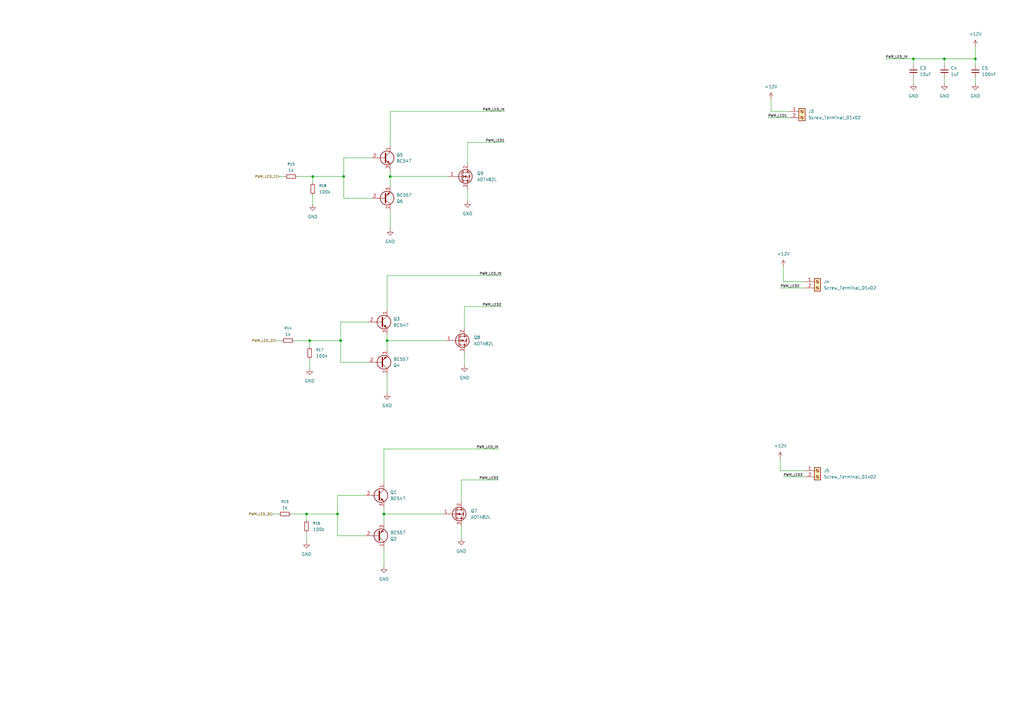
<source format=kicad_sch>
(kicad_sch
	(version 20250114)
	(generator "eeschema")
	(generator_version "9.0")
	(uuid "fd8f43ac-4a57-43d1-8e6d-2b4be82edef8")
	(paper "A3")
	(title_block
		(title "Festiwal Swiatla")
		(date "2025-08-04")
		(rev "V1.0")
		(comment 2 "**Author**")
	)
	(lib_symbols
		(symbol "Connector:Screw_Terminal_01x02"
			(pin_names
				(offset 1.016)
				(hide yes)
			)
			(exclude_from_sim no)
			(in_bom yes)
			(on_board yes)
			(property "Reference" "J"
				(at 0 2.54 0)
				(effects
					(font
						(size 1.27 1.27)
					)
				)
			)
			(property "Value" "Screw_Terminal_01x02"
				(at 0 -5.08 0)
				(effects
					(font
						(size 1.27 1.27)
					)
				)
			)
			(property "Footprint" ""
				(at 0 0 0)
				(effects
					(font
						(size 1.27 1.27)
					)
					(hide yes)
				)
			)
			(property "Datasheet" "~"
				(at 0 0 0)
				(effects
					(font
						(size 1.27 1.27)
					)
					(hide yes)
				)
			)
			(property "Description" "Generic screw terminal, single row, 01x02, script generated (kicad-library-utils/schlib/autogen/connector/)"
				(at 0 0 0)
				(effects
					(font
						(size 1.27 1.27)
					)
					(hide yes)
				)
			)
			(property "ki_keywords" "screw terminal"
				(at 0 0 0)
				(effects
					(font
						(size 1.27 1.27)
					)
					(hide yes)
				)
			)
			(property "ki_fp_filters" "TerminalBlock*:*"
				(at 0 0 0)
				(effects
					(font
						(size 1.27 1.27)
					)
					(hide yes)
				)
			)
			(symbol "Screw_Terminal_01x02_1_1"
				(rectangle
					(start -1.27 1.27)
					(end 1.27 -3.81)
					(stroke
						(width 0.254)
						(type default)
					)
					(fill
						(type background)
					)
				)
				(polyline
					(pts
						(xy -0.5334 0.3302) (xy 0.3302 -0.508)
					)
					(stroke
						(width 0.1524)
						(type default)
					)
					(fill
						(type none)
					)
				)
				(polyline
					(pts
						(xy -0.5334 -2.2098) (xy 0.3302 -3.048)
					)
					(stroke
						(width 0.1524)
						(type default)
					)
					(fill
						(type none)
					)
				)
				(polyline
					(pts
						(xy -0.3556 0.508) (xy 0.508 -0.3302)
					)
					(stroke
						(width 0.1524)
						(type default)
					)
					(fill
						(type none)
					)
				)
				(polyline
					(pts
						(xy -0.3556 -2.032) (xy 0.508 -2.8702)
					)
					(stroke
						(width 0.1524)
						(type default)
					)
					(fill
						(type none)
					)
				)
				(circle
					(center 0 0)
					(radius 0.635)
					(stroke
						(width 0.1524)
						(type default)
					)
					(fill
						(type none)
					)
				)
				(circle
					(center 0 -2.54)
					(radius 0.635)
					(stroke
						(width 0.1524)
						(type default)
					)
					(fill
						(type none)
					)
				)
				(pin passive line
					(at -5.08 0 0)
					(length 3.81)
					(name "Pin_1"
						(effects
							(font
								(size 1.27 1.27)
							)
						)
					)
					(number "1"
						(effects
							(font
								(size 1.27 1.27)
							)
						)
					)
				)
				(pin passive line
					(at -5.08 -2.54 0)
					(length 3.81)
					(name "Pin_2"
						(effects
							(font
								(size 1.27 1.27)
							)
						)
					)
					(number "2"
						(effects
							(font
								(size 1.27 1.27)
							)
						)
					)
				)
			)
			(embedded_fonts no)
		)
		(symbol "Device:C_Small"
			(pin_numbers
				(hide yes)
			)
			(pin_names
				(offset 0.254)
				(hide yes)
			)
			(exclude_from_sim no)
			(in_bom yes)
			(on_board yes)
			(property "Reference" "C"
				(at 0.254 1.778 0)
				(effects
					(font
						(size 1.27 1.27)
					)
					(justify left)
				)
			)
			(property "Value" "C_Small"
				(at 0.254 -2.032 0)
				(effects
					(font
						(size 1.27 1.27)
					)
					(justify left)
				)
			)
			(property "Footprint" ""
				(at 0 0 0)
				(effects
					(font
						(size 1.27 1.27)
					)
					(hide yes)
				)
			)
			(property "Datasheet" "~"
				(at 0 0 0)
				(effects
					(font
						(size 1.27 1.27)
					)
					(hide yes)
				)
			)
			(property "Description" "Unpolarized capacitor, small symbol"
				(at 0 0 0)
				(effects
					(font
						(size 1.27 1.27)
					)
					(hide yes)
				)
			)
			(property "ki_keywords" "capacitor cap"
				(at 0 0 0)
				(effects
					(font
						(size 1.27 1.27)
					)
					(hide yes)
				)
			)
			(property "ki_fp_filters" "C_*"
				(at 0 0 0)
				(effects
					(font
						(size 1.27 1.27)
					)
					(hide yes)
				)
			)
			(symbol "C_Small_0_1"
				(polyline
					(pts
						(xy -1.524 0.508) (xy 1.524 0.508)
					)
					(stroke
						(width 0.3048)
						(type default)
					)
					(fill
						(type none)
					)
				)
				(polyline
					(pts
						(xy -1.524 -0.508) (xy 1.524 -0.508)
					)
					(stroke
						(width 0.3302)
						(type default)
					)
					(fill
						(type none)
					)
				)
			)
			(symbol "C_Small_1_1"
				(pin passive line
					(at 0 2.54 270)
					(length 2.032)
					(name "~"
						(effects
							(font
								(size 1.27 1.27)
							)
						)
					)
					(number "1"
						(effects
							(font
								(size 1.27 1.27)
							)
						)
					)
				)
				(pin passive line
					(at 0 -2.54 90)
					(length 2.032)
					(name "~"
						(effects
							(font
								(size 1.27 1.27)
							)
						)
					)
					(number "2"
						(effects
							(font
								(size 1.27 1.27)
							)
						)
					)
				)
			)
			(embedded_fonts no)
		)
		(symbol "Device:R_Small"
			(pin_numbers
				(hide yes)
			)
			(pin_names
				(offset 0.254)
				(hide yes)
			)
			(exclude_from_sim no)
			(in_bom yes)
			(on_board yes)
			(property "Reference" "R"
				(at 0 0 90)
				(effects
					(font
						(size 1.016 1.016)
					)
				)
			)
			(property "Value" "R_Small"
				(at 1.778 0 90)
				(effects
					(font
						(size 1.27 1.27)
					)
				)
			)
			(property "Footprint" ""
				(at 0 0 0)
				(effects
					(font
						(size 1.27 1.27)
					)
					(hide yes)
				)
			)
			(property "Datasheet" "~"
				(at 0 0 0)
				(effects
					(font
						(size 1.27 1.27)
					)
					(hide yes)
				)
			)
			(property "Description" "Resistor, small symbol"
				(at 0 0 0)
				(effects
					(font
						(size 1.27 1.27)
					)
					(hide yes)
				)
			)
			(property "ki_keywords" "R resistor"
				(at 0 0 0)
				(effects
					(font
						(size 1.27 1.27)
					)
					(hide yes)
				)
			)
			(property "ki_fp_filters" "R_*"
				(at 0 0 0)
				(effects
					(font
						(size 1.27 1.27)
					)
					(hide yes)
				)
			)
			(symbol "R_Small_0_1"
				(rectangle
					(start -0.762 1.778)
					(end 0.762 -1.778)
					(stroke
						(width 0.2032)
						(type default)
					)
					(fill
						(type none)
					)
				)
			)
			(symbol "R_Small_1_1"
				(pin passive line
					(at 0 2.54 270)
					(length 0.762)
					(name "~"
						(effects
							(font
								(size 1.27 1.27)
							)
						)
					)
					(number "1"
						(effects
							(font
								(size 1.27 1.27)
							)
						)
					)
				)
				(pin passive line
					(at 0 -2.54 90)
					(length 0.762)
					(name "~"
						(effects
							(font
								(size 1.27 1.27)
							)
						)
					)
					(number "2"
						(effects
							(font
								(size 1.27 1.27)
							)
						)
					)
				)
			)
			(embedded_fonts no)
		)
		(symbol "Transistor_BJT:BC547"
			(pin_names
				(offset 0)
				(hide yes)
			)
			(exclude_from_sim no)
			(in_bom yes)
			(on_board yes)
			(property "Reference" "Q"
				(at 5.08 1.905 0)
				(effects
					(font
						(size 1.27 1.27)
					)
					(justify left)
				)
			)
			(property "Value" "BC547"
				(at 5.08 0 0)
				(effects
					(font
						(size 1.27 1.27)
					)
					(justify left)
				)
			)
			(property "Footprint" "Package_TO_SOT_THT:TO-92_Inline"
				(at 5.08 -1.905 0)
				(effects
					(font
						(size 1.27 1.27)
						(italic yes)
					)
					(justify left)
					(hide yes)
				)
			)
			(property "Datasheet" "https://www.onsemi.com/pub/Collateral/BC550-D.pdf"
				(at 0 0 0)
				(effects
					(font
						(size 1.27 1.27)
					)
					(justify left)
					(hide yes)
				)
			)
			(property "Description" "0.1A Ic, 45V Vce, Small Signal NPN Transistor, TO-92"
				(at 0 0 0)
				(effects
					(font
						(size 1.27 1.27)
					)
					(hide yes)
				)
			)
			(property "ki_keywords" "NPN Transistor"
				(at 0 0 0)
				(effects
					(font
						(size 1.27 1.27)
					)
					(hide yes)
				)
			)
			(property "ki_fp_filters" "TO?92*"
				(at 0 0 0)
				(effects
					(font
						(size 1.27 1.27)
					)
					(hide yes)
				)
			)
			(symbol "BC547_0_1"
				(polyline
					(pts
						(xy -2.54 0) (xy 0.635 0)
					)
					(stroke
						(width 0)
						(type default)
					)
					(fill
						(type none)
					)
				)
				(polyline
					(pts
						(xy 0.635 1.905) (xy 0.635 -1.905)
					)
					(stroke
						(width 0.508)
						(type default)
					)
					(fill
						(type none)
					)
				)
				(circle
					(center 1.27 0)
					(radius 2.8194)
					(stroke
						(width 0.254)
						(type default)
					)
					(fill
						(type none)
					)
				)
			)
			(symbol "BC547_1_1"
				(polyline
					(pts
						(xy 0.635 0.635) (xy 2.54 2.54)
					)
					(stroke
						(width 0)
						(type default)
					)
					(fill
						(type none)
					)
				)
				(polyline
					(pts
						(xy 0.635 -0.635) (xy 2.54 -2.54)
					)
					(stroke
						(width 0)
						(type default)
					)
					(fill
						(type none)
					)
				)
				(polyline
					(pts
						(xy 1.27 -1.778) (xy 1.778 -1.27) (xy 2.286 -2.286) (xy 1.27 -1.778)
					)
					(stroke
						(width 0)
						(type default)
					)
					(fill
						(type outline)
					)
				)
				(pin input line
					(at -5.08 0 0)
					(length 2.54)
					(name "B"
						(effects
							(font
								(size 1.27 1.27)
							)
						)
					)
					(number "2"
						(effects
							(font
								(size 1.27 1.27)
							)
						)
					)
				)
				(pin passive line
					(at 2.54 5.08 270)
					(length 2.54)
					(name "C"
						(effects
							(font
								(size 1.27 1.27)
							)
						)
					)
					(number "1"
						(effects
							(font
								(size 1.27 1.27)
							)
						)
					)
				)
				(pin passive line
					(at 2.54 -5.08 90)
					(length 2.54)
					(name "E"
						(effects
							(font
								(size 1.27 1.27)
							)
						)
					)
					(number "3"
						(effects
							(font
								(size 1.27 1.27)
							)
						)
					)
				)
			)
			(embedded_fonts no)
		)
		(symbol "Transistor_BJT:BC557"
			(pin_names
				(offset 0)
				(hide yes)
			)
			(exclude_from_sim no)
			(in_bom yes)
			(on_board yes)
			(property "Reference" "Q"
				(at 5.08 1.905 0)
				(effects
					(font
						(size 1.27 1.27)
					)
					(justify left)
				)
			)
			(property "Value" "BC557"
				(at 5.08 0 0)
				(effects
					(font
						(size 1.27 1.27)
					)
					(justify left)
				)
			)
			(property "Footprint" "Package_TO_SOT_THT:TO-92_Inline"
				(at 5.08 -1.905 0)
				(effects
					(font
						(size 1.27 1.27)
						(italic yes)
					)
					(justify left)
					(hide yes)
				)
			)
			(property "Datasheet" "https://www.onsemi.com/pub/Collateral/BC556BTA-D.pdf"
				(at 0 0 0)
				(effects
					(font
						(size 1.27 1.27)
					)
					(justify left)
					(hide yes)
				)
			)
			(property "Description" "0.1A Ic, 45V Vce, PNP Small Signal Transistor, TO-92"
				(at 0 0 0)
				(effects
					(font
						(size 1.27 1.27)
					)
					(hide yes)
				)
			)
			(property "ki_keywords" "PNP Transistor"
				(at 0 0 0)
				(effects
					(font
						(size 1.27 1.27)
					)
					(hide yes)
				)
			)
			(property "ki_fp_filters" "TO?92*"
				(at 0 0 0)
				(effects
					(font
						(size 1.27 1.27)
					)
					(hide yes)
				)
			)
			(symbol "BC557_0_1"
				(polyline
					(pts
						(xy -2.54 0) (xy 0.635 0)
					)
					(stroke
						(width 0)
						(type default)
					)
					(fill
						(type none)
					)
				)
				(polyline
					(pts
						(xy 0.635 1.905) (xy 0.635 -1.905)
					)
					(stroke
						(width 0.508)
						(type default)
					)
					(fill
						(type none)
					)
				)
				(polyline
					(pts
						(xy 0.635 0.635) (xy 2.54 2.54)
					)
					(stroke
						(width 0)
						(type default)
					)
					(fill
						(type none)
					)
				)
				(polyline
					(pts
						(xy 0.635 -0.635) (xy 2.54 -2.54)
					)
					(stroke
						(width 0)
						(type default)
					)
					(fill
						(type none)
					)
				)
				(circle
					(center 1.27 0)
					(radius 2.8194)
					(stroke
						(width 0.254)
						(type default)
					)
					(fill
						(type none)
					)
				)
				(polyline
					(pts
						(xy 2.286 -1.778) (xy 1.778 -2.286) (xy 1.27 -1.27) (xy 2.286 -1.778)
					)
					(stroke
						(width 0)
						(type default)
					)
					(fill
						(type outline)
					)
				)
			)
			(symbol "BC557_1_1"
				(pin input line
					(at -5.08 0 0)
					(length 2.54)
					(name "B"
						(effects
							(font
								(size 1.27 1.27)
							)
						)
					)
					(number "2"
						(effects
							(font
								(size 1.27 1.27)
							)
						)
					)
				)
				(pin passive line
					(at 2.54 5.08 270)
					(length 2.54)
					(name "C"
						(effects
							(font
								(size 1.27 1.27)
							)
						)
					)
					(number "1"
						(effects
							(font
								(size 1.27 1.27)
							)
						)
					)
				)
				(pin passive line
					(at 2.54 -5.08 90)
					(length 2.54)
					(name "E"
						(effects
							(font
								(size 1.27 1.27)
							)
						)
					)
					(number "3"
						(effects
							(font
								(size 1.27 1.27)
							)
						)
					)
				)
			)
			(embedded_fonts no)
		)
		(symbol "Transistor_FET:Q_NMOS_GDS"
			(pin_names
				(offset 0)
				(hide yes)
			)
			(exclude_from_sim no)
			(in_bom yes)
			(on_board yes)
			(property "Reference" "Q"
				(at 5.08 1.905 0)
				(effects
					(font
						(size 1.27 1.27)
					)
					(justify left)
				)
			)
			(property "Value" "Q_NMOS_GDS"
				(at 5.08 0 0)
				(effects
					(font
						(size 1.27 1.27)
					)
					(justify left)
				)
			)
			(property "Footprint" ""
				(at 5.08 2.54 0)
				(effects
					(font
						(size 1.27 1.27)
					)
					(hide yes)
				)
			)
			(property "Datasheet" "~"
				(at 0 0 0)
				(effects
					(font
						(size 1.27 1.27)
					)
					(hide yes)
				)
			)
			(property "Description" "N-MOSFET transistor, gate/drain/source"
				(at 0 0 0)
				(effects
					(font
						(size 1.27 1.27)
					)
					(hide yes)
				)
			)
			(property "ki_keywords" "transistor NMOS N-MOS N-MOSFET"
				(at 0 0 0)
				(effects
					(font
						(size 1.27 1.27)
					)
					(hide yes)
				)
			)
			(symbol "Q_NMOS_GDS_0_1"
				(polyline
					(pts
						(xy 0.254 1.905) (xy 0.254 -1.905)
					)
					(stroke
						(width 0.254)
						(type default)
					)
					(fill
						(type none)
					)
				)
				(polyline
					(pts
						(xy 0.254 0) (xy -2.54 0)
					)
					(stroke
						(width 0)
						(type default)
					)
					(fill
						(type none)
					)
				)
				(polyline
					(pts
						(xy 0.762 2.286) (xy 0.762 1.27)
					)
					(stroke
						(width 0.254)
						(type default)
					)
					(fill
						(type none)
					)
				)
				(polyline
					(pts
						(xy 0.762 0.508) (xy 0.762 -0.508)
					)
					(stroke
						(width 0.254)
						(type default)
					)
					(fill
						(type none)
					)
				)
				(polyline
					(pts
						(xy 0.762 -1.27) (xy 0.762 -2.286)
					)
					(stroke
						(width 0.254)
						(type default)
					)
					(fill
						(type none)
					)
				)
				(polyline
					(pts
						(xy 0.762 -1.778) (xy 3.302 -1.778) (xy 3.302 1.778) (xy 0.762 1.778)
					)
					(stroke
						(width 0)
						(type default)
					)
					(fill
						(type none)
					)
				)
				(polyline
					(pts
						(xy 1.016 0) (xy 2.032 0.381) (xy 2.032 -0.381) (xy 1.016 0)
					)
					(stroke
						(width 0)
						(type default)
					)
					(fill
						(type outline)
					)
				)
				(circle
					(center 1.651 0)
					(radius 2.794)
					(stroke
						(width 0.254)
						(type default)
					)
					(fill
						(type none)
					)
				)
				(polyline
					(pts
						(xy 2.54 2.54) (xy 2.54 1.778)
					)
					(stroke
						(width 0)
						(type default)
					)
					(fill
						(type none)
					)
				)
				(circle
					(center 2.54 1.778)
					(radius 0.254)
					(stroke
						(width 0)
						(type default)
					)
					(fill
						(type outline)
					)
				)
				(circle
					(center 2.54 -1.778)
					(radius 0.254)
					(stroke
						(width 0)
						(type default)
					)
					(fill
						(type outline)
					)
				)
				(polyline
					(pts
						(xy 2.54 -2.54) (xy 2.54 0) (xy 0.762 0)
					)
					(stroke
						(width 0)
						(type default)
					)
					(fill
						(type none)
					)
				)
				(polyline
					(pts
						(xy 2.921 0.381) (xy 3.683 0.381)
					)
					(stroke
						(width 0)
						(type default)
					)
					(fill
						(type none)
					)
				)
				(polyline
					(pts
						(xy 3.302 0.381) (xy 2.921 -0.254) (xy 3.683 -0.254) (xy 3.302 0.381)
					)
					(stroke
						(width 0)
						(type default)
					)
					(fill
						(type none)
					)
				)
			)
			(symbol "Q_NMOS_GDS_1_1"
				(pin input line
					(at -5.08 0 0)
					(length 2.54)
					(name "G"
						(effects
							(font
								(size 1.27 1.27)
							)
						)
					)
					(number "1"
						(effects
							(font
								(size 1.27 1.27)
							)
						)
					)
				)
				(pin passive line
					(at 2.54 5.08 270)
					(length 2.54)
					(name "D"
						(effects
							(font
								(size 1.27 1.27)
							)
						)
					)
					(number "2"
						(effects
							(font
								(size 1.27 1.27)
							)
						)
					)
				)
				(pin passive line
					(at 2.54 -5.08 90)
					(length 2.54)
					(name "S"
						(effects
							(font
								(size 1.27 1.27)
							)
						)
					)
					(number "3"
						(effects
							(font
								(size 1.27 1.27)
							)
						)
					)
				)
			)
			(embedded_fonts no)
		)
		(symbol "power:+12V"
			(power)
			(pin_numbers
				(hide yes)
			)
			(pin_names
				(offset 0)
				(hide yes)
			)
			(exclude_from_sim no)
			(in_bom yes)
			(on_board yes)
			(property "Reference" "#PWR"
				(at 0 -3.81 0)
				(effects
					(font
						(size 1.27 1.27)
					)
					(hide yes)
				)
			)
			(property "Value" "+12V"
				(at 0 3.556 0)
				(effects
					(font
						(size 1.27 1.27)
					)
				)
			)
			(property "Footprint" ""
				(at 0 0 0)
				(effects
					(font
						(size 1.27 1.27)
					)
					(hide yes)
				)
			)
			(property "Datasheet" ""
				(at 0 0 0)
				(effects
					(font
						(size 1.27 1.27)
					)
					(hide yes)
				)
			)
			(property "Description" "Power symbol creates a global label with name \"+12V\""
				(at 0 0 0)
				(effects
					(font
						(size 1.27 1.27)
					)
					(hide yes)
				)
			)
			(property "ki_keywords" "global power"
				(at 0 0 0)
				(effects
					(font
						(size 1.27 1.27)
					)
					(hide yes)
				)
			)
			(symbol "+12V_0_1"
				(polyline
					(pts
						(xy -0.762 1.27) (xy 0 2.54)
					)
					(stroke
						(width 0)
						(type default)
					)
					(fill
						(type none)
					)
				)
				(polyline
					(pts
						(xy 0 2.54) (xy 0.762 1.27)
					)
					(stroke
						(width 0)
						(type default)
					)
					(fill
						(type none)
					)
				)
				(polyline
					(pts
						(xy 0 0) (xy 0 2.54)
					)
					(stroke
						(width 0)
						(type default)
					)
					(fill
						(type none)
					)
				)
			)
			(symbol "+12V_1_1"
				(pin power_in line
					(at 0 0 90)
					(length 0)
					(name "~"
						(effects
							(font
								(size 1.27 1.27)
							)
						)
					)
					(number "1"
						(effects
							(font
								(size 1.27 1.27)
							)
						)
					)
				)
			)
			(embedded_fonts no)
		)
		(symbol "power:GND"
			(power)
			(pin_numbers
				(hide yes)
			)
			(pin_names
				(offset 0)
				(hide yes)
			)
			(exclude_from_sim no)
			(in_bom yes)
			(on_board yes)
			(property "Reference" "#PWR"
				(at 0 -6.35 0)
				(effects
					(font
						(size 1.27 1.27)
					)
					(hide yes)
				)
			)
			(property "Value" "GND"
				(at 0 -3.81 0)
				(effects
					(font
						(size 1.27 1.27)
					)
				)
			)
			(property "Footprint" ""
				(at 0 0 0)
				(effects
					(font
						(size 1.27 1.27)
					)
					(hide yes)
				)
			)
			(property "Datasheet" ""
				(at 0 0 0)
				(effects
					(font
						(size 1.27 1.27)
					)
					(hide yes)
				)
			)
			(property "Description" "Power symbol creates a global label with name \"GND\" , ground"
				(at 0 0 0)
				(effects
					(font
						(size 1.27 1.27)
					)
					(hide yes)
				)
			)
			(property "ki_keywords" "global power"
				(at 0 0 0)
				(effects
					(font
						(size 1.27 1.27)
					)
					(hide yes)
				)
			)
			(symbol "GND_0_1"
				(polyline
					(pts
						(xy 0 0) (xy 0 -1.27) (xy 1.27 -1.27) (xy 0 -2.54) (xy -1.27 -1.27) (xy 0 -1.27)
					)
					(stroke
						(width 0)
						(type default)
					)
					(fill
						(type none)
					)
				)
			)
			(symbol "GND_1_1"
				(pin power_in line
					(at 0 0 270)
					(length 0)
					(name "~"
						(effects
							(font
								(size 1.27 1.27)
							)
						)
					)
					(number "1"
						(effects
							(font
								(size 1.27 1.27)
							)
						)
					)
				)
			)
			(embedded_fonts no)
		)
	)
	(junction
		(at 128.27 72.39)
		(diameter 0)
		(color 0 0 0 0)
		(uuid "04f33997-8739-4e5b-b7a3-dfcd7dff9221")
	)
	(junction
		(at 138.43 210.82)
		(diameter 0)
		(color 0 0 0 0)
		(uuid "1ba9742c-da52-4791-aee4-4c1626607b2c")
	)
	(junction
		(at 160.02 72.39)
		(diameter 0)
		(color 0 0 0 0)
		(uuid "203963c3-f435-4fe9-a671-c2854f184f44")
	)
	(junction
		(at 157.48 210.82)
		(diameter 0)
		(color 0 0 0 0)
		(uuid "30de2571-4272-4648-b657-47634a122bf5")
	)
	(junction
		(at 158.75 139.7)
		(diameter 0)
		(color 0 0 0 0)
		(uuid "4fd068d9-e683-47d7-b7e8-560636169780")
	)
	(junction
		(at 374.65 24.13)
		(diameter 0)
		(color 0 0 0 0)
		(uuid "6b5a31be-f7d0-48fe-bbba-02eadc4ee109")
	)
	(junction
		(at 400.05 24.13)
		(diameter 0)
		(color 0 0 0 0)
		(uuid "81a18589-49f0-4293-bb72-aa2e5ac3d64f")
	)
	(junction
		(at 139.7 139.7)
		(diameter 0)
		(color 0 0 0 0)
		(uuid "a9dc8a14-7415-4e54-a5c5-568f933a4df9")
	)
	(junction
		(at 387.35 24.13)
		(diameter 0)
		(color 0 0 0 0)
		(uuid "ac37e99e-e918-4f42-929c-26c45ae820ed")
	)
	(junction
		(at 125.73 210.82)
		(diameter 0)
		(color 0 0 0 0)
		(uuid "b8977e9c-6a8d-4338-9a6f-6a4223bbec64")
	)
	(junction
		(at 140.97 72.39)
		(diameter 0)
		(color 0 0 0 0)
		(uuid "b8c5227c-fb5c-4f14-a734-1e344c26ef94")
	)
	(junction
		(at 127 139.7)
		(diameter 0)
		(color 0 0 0 0)
		(uuid "de77e77a-fb66-44a8-b70b-dadc26d55082")
	)
	(wire
		(pts
			(xy 160.02 69.85) (xy 160.02 72.39)
		)
		(stroke
			(width 0)
			(type default)
		)
		(uuid "01850bfa-47b7-4f85-9131-61e84652103d")
	)
	(wire
		(pts
			(xy 158.75 113.03) (xy 158.75 127)
		)
		(stroke
			(width 0)
			(type default)
		)
		(uuid "05ae2daa-c476-492e-9f26-9c43ec6434ae")
	)
	(wire
		(pts
			(xy 111.76 210.82) (xy 114.3 210.82)
		)
		(stroke
			(width 0)
			(type default)
		)
		(uuid "06c83480-12cf-47eb-a348-fa948671bd7d")
	)
	(wire
		(pts
			(xy 114.3 72.39) (xy 116.84 72.39)
		)
		(stroke
			(width 0)
			(type default)
		)
		(uuid "07353cd8-e9a1-4e28-8436-befa66d3281a")
	)
	(wire
		(pts
			(xy 190.5 125.73) (xy 205.74 125.73)
		)
		(stroke
			(width 0)
			(type default)
		)
		(uuid "080f6e05-03b0-40d4-b544-b32986ed5264")
	)
	(wire
		(pts
			(xy 363.22 24.13) (xy 374.65 24.13)
		)
		(stroke
			(width 0)
			(type default)
		)
		(uuid "1007792f-ce21-42dd-923a-bec9a2b037f8")
	)
	(wire
		(pts
			(xy 125.73 218.44) (xy 125.73 222.25)
		)
		(stroke
			(width 0)
			(type default)
		)
		(uuid "12c548c6-8784-4ec1-858a-639def143c9a")
	)
	(wire
		(pts
			(xy 138.43 210.82) (xy 138.43 203.2)
		)
		(stroke
			(width 0)
			(type default)
		)
		(uuid "163e1525-4cff-4674-b3d4-d2879ebf9e78")
	)
	(wire
		(pts
			(xy 316.23 40.64) (xy 316.23 45.72)
		)
		(stroke
			(width 0)
			(type default)
		)
		(uuid "18cc5990-4419-4979-bee8-c44a2a605f2b")
	)
	(wire
		(pts
			(xy 140.97 81.28) (xy 140.97 72.39)
		)
		(stroke
			(width 0)
			(type default)
		)
		(uuid "1a4b6d03-74fe-42cd-af92-13393e2a7f85")
	)
	(wire
		(pts
			(xy 152.4 81.28) (xy 140.97 81.28)
		)
		(stroke
			(width 0)
			(type default)
		)
		(uuid "1ad564ff-943b-4f17-90d1-15b27d3ba950")
	)
	(wire
		(pts
			(xy 127 139.7) (xy 139.7 139.7)
		)
		(stroke
			(width 0)
			(type default)
		)
		(uuid "1f3ae8e2-fefd-4d0a-99a3-e0bf98101460")
	)
	(wire
		(pts
			(xy 119.38 210.82) (xy 125.73 210.82)
		)
		(stroke
			(width 0)
			(type default)
		)
		(uuid "1f962daf-78b6-46a9-9d09-fb4b862099f0")
	)
	(wire
		(pts
			(xy 127 147.32) (xy 127 151.13)
		)
		(stroke
			(width 0)
			(type default)
		)
		(uuid "2092edb6-0038-46dc-8086-17bca60092a7")
	)
	(wire
		(pts
			(xy 128.27 72.39) (xy 128.27 74.93)
		)
		(stroke
			(width 0)
			(type default)
		)
		(uuid "2577b775-2643-4c6a-a4d6-06775cfab1d1")
	)
	(wire
		(pts
			(xy 151.13 148.59) (xy 139.7 148.59)
		)
		(stroke
			(width 0)
			(type default)
		)
		(uuid "2616fa63-aa93-4a18-9e85-e14d83e4fed8")
	)
	(wire
		(pts
			(xy 400.05 31.75) (xy 400.05 34.29)
		)
		(stroke
			(width 0)
			(type default)
		)
		(uuid "2da7c155-d8b7-44d8-aecb-db9118d54f7e")
	)
	(wire
		(pts
			(xy 320.04 193.04) (xy 330.2 193.04)
		)
		(stroke
			(width 0)
			(type default)
		)
		(uuid "31493127-e7a6-4297-b570-5997665da881")
	)
	(wire
		(pts
			(xy 158.75 113.03) (xy 205.74 113.03)
		)
		(stroke
			(width 0)
			(type default)
		)
		(uuid "319307f5-d17f-486b-a179-7989fa6314e1")
	)
	(wire
		(pts
			(xy 190.5 144.78) (xy 190.5 149.86)
		)
		(stroke
			(width 0)
			(type default)
		)
		(uuid "37b2fe01-4169-4541-9056-be90588367f0")
	)
	(wire
		(pts
			(xy 321.31 109.22) (xy 321.31 115.57)
		)
		(stroke
			(width 0)
			(type default)
		)
		(uuid "3db190ac-5a14-433e-9732-87e6ead9da1d")
	)
	(wire
		(pts
			(xy 321.31 115.57) (xy 330.2 115.57)
		)
		(stroke
			(width 0)
			(type default)
		)
		(uuid "3ea426b0-a209-4efe-b36e-c893e52ab1eb")
	)
	(wire
		(pts
			(xy 158.75 139.7) (xy 182.88 139.7)
		)
		(stroke
			(width 0)
			(type default)
		)
		(uuid "4464a99f-10fe-425f-adce-10e086036293")
	)
	(wire
		(pts
			(xy 191.77 77.47) (xy 191.77 82.55)
		)
		(stroke
			(width 0)
			(type default)
		)
		(uuid "45dd7805-662c-41a4-8d8e-2465fcc50a75")
	)
	(wire
		(pts
			(xy 321.31 195.58) (xy 330.2 195.58)
		)
		(stroke
			(width 0)
			(type default)
		)
		(uuid "4c184b2e-851c-4674-bb99-51df81bfbae3")
	)
	(wire
		(pts
			(xy 374.65 24.13) (xy 387.35 24.13)
		)
		(stroke
			(width 0)
			(type default)
		)
		(uuid "4f9d2960-8506-4b62-8606-d0714dd4b60c")
	)
	(wire
		(pts
			(xy 160.02 45.72) (xy 160.02 59.69)
		)
		(stroke
			(width 0)
			(type default)
		)
		(uuid "513833eb-1c8b-445a-b1ec-8733a45b08e6")
	)
	(wire
		(pts
			(xy 316.23 45.72) (xy 323.85 45.72)
		)
		(stroke
			(width 0)
			(type default)
		)
		(uuid "51987a3e-9285-4c51-9004-0802f6247ed1")
	)
	(wire
		(pts
			(xy 125.73 210.82) (xy 138.43 210.82)
		)
		(stroke
			(width 0)
			(type default)
		)
		(uuid "52aa621d-0592-4595-8150-c0441de46946")
	)
	(wire
		(pts
			(xy 314.96 48.26) (xy 323.85 48.26)
		)
		(stroke
			(width 0)
			(type default)
		)
		(uuid "5c723712-3a37-473c-805b-a9d74ab5a9d2")
	)
	(wire
		(pts
			(xy 400.05 26.67) (xy 400.05 24.13)
		)
		(stroke
			(width 0)
			(type default)
		)
		(uuid "5ee175e4-3f26-4650-b684-2c54589adcb8")
	)
	(wire
		(pts
			(xy 128.27 80.01) (xy 128.27 83.82)
		)
		(stroke
			(width 0)
			(type default)
		)
		(uuid "61cee9c5-97b1-4db3-bc86-7ce659b96514")
	)
	(wire
		(pts
			(xy 158.75 139.7) (xy 158.75 143.51)
		)
		(stroke
			(width 0)
			(type default)
		)
		(uuid "724163d4-4263-4ede-a755-de64b18cdafd")
	)
	(wire
		(pts
			(xy 387.35 24.13) (xy 387.35 26.67)
		)
		(stroke
			(width 0)
			(type default)
		)
		(uuid "73da84bb-7305-45f8-95c7-2ef13cbbbbf5")
	)
	(wire
		(pts
			(xy 121.92 72.39) (xy 128.27 72.39)
		)
		(stroke
			(width 0)
			(type default)
		)
		(uuid "788e1fb5-3e63-4dc2-b653-f4b39cd22c97")
	)
	(wire
		(pts
			(xy 191.77 67.31) (xy 191.77 58.42)
		)
		(stroke
			(width 0)
			(type default)
		)
		(uuid "7b260e01-c029-4544-bfa9-8fbc443e002b")
	)
	(wire
		(pts
			(xy 138.43 203.2) (xy 149.86 203.2)
		)
		(stroke
			(width 0)
			(type default)
		)
		(uuid "81695893-a6e6-4b50-b76b-007049c0676c")
	)
	(wire
		(pts
			(xy 125.73 210.82) (xy 125.73 213.36)
		)
		(stroke
			(width 0)
			(type default)
		)
		(uuid "8bd613d0-1692-481e-ac63-da4e37aa6768")
	)
	(wire
		(pts
			(xy 160.02 45.72) (xy 207.01 45.72)
		)
		(stroke
			(width 0)
			(type default)
		)
		(uuid "8ea69f26-525d-4af6-a8cb-929bfa73d133")
	)
	(wire
		(pts
			(xy 190.5 134.62) (xy 190.5 125.73)
		)
		(stroke
			(width 0)
			(type default)
		)
		(uuid "8ed03f1a-82ad-4643-bff7-3c675c85e2f6")
	)
	(wire
		(pts
			(xy 128.27 72.39) (xy 140.97 72.39)
		)
		(stroke
			(width 0)
			(type default)
		)
		(uuid "90c2e638-2931-4ce8-bb5e-8020ee27b092")
	)
	(wire
		(pts
			(xy 387.35 31.75) (xy 387.35 34.29)
		)
		(stroke
			(width 0)
			(type default)
		)
		(uuid "9acaa156-edc9-4587-bff7-45fb5dc10c68")
	)
	(wire
		(pts
			(xy 157.48 184.15) (xy 157.48 198.12)
		)
		(stroke
			(width 0)
			(type default)
		)
		(uuid "a3f4cdfc-5d64-4f99-8d98-1759d8008801")
	)
	(wire
		(pts
			(xy 139.7 148.59) (xy 139.7 139.7)
		)
		(stroke
			(width 0)
			(type default)
		)
		(uuid "a5887956-05e1-4b6a-a901-1f496a1d5131")
	)
	(wire
		(pts
			(xy 320.04 187.96) (xy 320.04 193.04)
		)
		(stroke
			(width 0)
			(type default)
		)
		(uuid "abfdb490-c10b-4ba6-9f4d-fedb31bc18bf")
	)
	(wire
		(pts
			(xy 120.65 139.7) (xy 127 139.7)
		)
		(stroke
			(width 0)
			(type default)
		)
		(uuid "ad7c1adb-bf3c-4e0d-8cb7-40868c4e6836")
	)
	(wire
		(pts
			(xy 374.65 31.75) (xy 374.65 34.29)
		)
		(stroke
			(width 0)
			(type default)
		)
		(uuid "aefdd8ab-ed3d-4c36-96df-c650f759ea4b")
	)
	(wire
		(pts
			(xy 160.02 72.39) (xy 160.02 76.2)
		)
		(stroke
			(width 0)
			(type default)
		)
		(uuid "b7abebfa-7ee1-4885-8814-a8e075d33737")
	)
	(wire
		(pts
			(xy 139.7 139.7) (xy 139.7 132.08)
		)
		(stroke
			(width 0)
			(type default)
		)
		(uuid "ba545330-59a8-4fac-a602-4437d39bbfd6")
	)
	(wire
		(pts
			(xy 189.23 215.9) (xy 189.23 220.98)
		)
		(stroke
			(width 0)
			(type default)
		)
		(uuid "bc6c39bc-d15a-490b-b085-5fc0715d56c1")
	)
	(wire
		(pts
			(xy 191.77 58.42) (xy 207.01 58.42)
		)
		(stroke
			(width 0)
			(type default)
		)
		(uuid "bcf9ca3e-9d53-44fc-a505-3cea856e68fb")
	)
	(wire
		(pts
			(xy 387.35 24.13) (xy 400.05 24.13)
		)
		(stroke
			(width 0)
			(type default)
		)
		(uuid "c372c62a-3461-4eff-9ffc-a8f98b0764c1")
	)
	(wire
		(pts
			(xy 140.97 72.39) (xy 140.97 64.77)
		)
		(stroke
			(width 0)
			(type default)
		)
		(uuid "c4d80e48-f590-431f-9dc4-bb4693ea25da")
	)
	(wire
		(pts
			(xy 158.75 137.16) (xy 158.75 139.7)
		)
		(stroke
			(width 0)
			(type default)
		)
		(uuid "c68fd782-2e8e-4815-b24c-077705d51de4")
	)
	(wire
		(pts
			(xy 157.48 184.15) (xy 204.47 184.15)
		)
		(stroke
			(width 0)
			(type default)
		)
		(uuid "c772266f-a8c3-415c-875c-aed88db8b041")
	)
	(wire
		(pts
			(xy 400.05 19.05) (xy 400.05 24.13)
		)
		(stroke
			(width 0)
			(type default)
		)
		(uuid "c865a401-8858-4044-aab3-7d00a9524162")
	)
	(wire
		(pts
			(xy 113.03 139.7) (xy 115.57 139.7)
		)
		(stroke
			(width 0)
			(type default)
		)
		(uuid "c8ebd7f1-ba38-4198-b231-d9b515755690")
	)
	(wire
		(pts
			(xy 189.23 196.85) (xy 204.47 196.85)
		)
		(stroke
			(width 0)
			(type default)
		)
		(uuid "cb62a37f-5194-4a1c-8059-34d580cd20be")
	)
	(wire
		(pts
			(xy 157.48 224.79) (xy 157.48 232.41)
		)
		(stroke
			(width 0)
			(type default)
		)
		(uuid "ce771e66-e476-4a70-8aae-65ed15c5ea68")
	)
	(wire
		(pts
			(xy 160.02 72.39) (xy 184.15 72.39)
		)
		(stroke
			(width 0)
			(type default)
		)
		(uuid "cebf079e-7956-46d8-9449-a5c25b19134d")
	)
	(wire
		(pts
			(xy 374.65 24.13) (xy 374.65 26.67)
		)
		(stroke
			(width 0)
			(type default)
		)
		(uuid "d037aef9-f683-4614-b038-6afa8ae5c6da")
	)
	(wire
		(pts
			(xy 157.48 210.82) (xy 157.48 214.63)
		)
		(stroke
			(width 0)
			(type default)
		)
		(uuid "de33a2b6-ac61-4c66-9a1f-b9f8b87d96b5")
	)
	(wire
		(pts
			(xy 158.75 153.67) (xy 158.75 161.29)
		)
		(stroke
			(width 0)
			(type default)
		)
		(uuid "e003bd39-f436-483e-808f-5334ad548e25")
	)
	(wire
		(pts
			(xy 138.43 219.71) (xy 138.43 210.82)
		)
		(stroke
			(width 0)
			(type default)
		)
		(uuid "e43610b1-1751-4dde-9fd8-53eccb8a8c23")
	)
	(wire
		(pts
			(xy 157.48 210.82) (xy 181.61 210.82)
		)
		(stroke
			(width 0)
			(type default)
		)
		(uuid "e5e593dc-97c0-465a-95f4-b86289d2ffd0")
	)
	(wire
		(pts
			(xy 140.97 64.77) (xy 152.4 64.77)
		)
		(stroke
			(width 0)
			(type default)
		)
		(uuid "e66e906b-13b9-46a5-98bd-845fb0b588cc")
	)
	(wire
		(pts
			(xy 127 139.7) (xy 127 142.24)
		)
		(stroke
			(width 0)
			(type default)
		)
		(uuid "e707a5b4-e947-4671-b88e-dfbcf1400eb7")
	)
	(wire
		(pts
			(xy 157.48 208.28) (xy 157.48 210.82)
		)
		(stroke
			(width 0)
			(type default)
		)
		(uuid "f37c18cc-7755-4dd0-8df7-8e0b6f9d4fc5")
	)
	(wire
		(pts
			(xy 149.86 219.71) (xy 138.43 219.71)
		)
		(stroke
			(width 0)
			(type default)
		)
		(uuid "f59c9a63-474a-4803-80ed-230942abb5af")
	)
	(wire
		(pts
			(xy 139.7 132.08) (xy 151.13 132.08)
		)
		(stroke
			(width 0)
			(type default)
		)
		(uuid "f7165cf7-dacb-481e-9848-c6a1b87831d1")
	)
	(wire
		(pts
			(xy 160.02 86.36) (xy 160.02 93.98)
		)
		(stroke
			(width 0)
			(type default)
		)
		(uuid "f88979bf-7447-423b-8817-3f480b802346")
	)
	(wire
		(pts
			(xy 320.04 118.11) (xy 330.2 118.11)
		)
		(stroke
			(width 0)
			(type default)
		)
		(uuid "fa699415-9f39-4be5-bc6f-177ec87b8391")
	)
	(wire
		(pts
			(xy 189.23 205.74) (xy 189.23 196.85)
		)
		(stroke
			(width 0)
			(type default)
		)
		(uuid "fb81578e-f363-4b90-b851-4c47e931dc3a")
	)
	(label "PWM_LED1"
		(at 207.01 58.42 180)
		(effects
			(font
				(size 1 1)
			)
			(justify right bottom)
		)
		(uuid "0afad6f8-6dc9-4230-9879-5b3802c3ea33")
	)
	(label "PWM_LED2"
		(at 205.74 125.73 180)
		(effects
			(font
				(size 1 1)
			)
			(justify right bottom)
		)
		(uuid "20b32aa6-a94c-4863-a43e-8f31a0539016")
	)
	(label "PWM_LED3"
		(at 204.47 196.85 180)
		(effects
			(font
				(size 1 1)
			)
			(justify right bottom)
		)
		(uuid "3996dcf1-e30c-4ed6-8a17-42e5092dfa64")
	)
	(label "PWM_LED1"
		(at 314.96 48.26 0)
		(effects
			(font
				(size 1 1)
			)
			(justify left bottom)
		)
		(uuid "464ba043-0637-4547-b225-5b7be7e3efa2")
	)
	(label "PWR_LED_IN"
		(at 205.74 113.03 180)
		(effects
			(font
				(size 1 1)
			)
			(justify right bottom)
		)
		(uuid "66eed0b4-762e-4bff-8c44-0ea9c28e23b2")
	)
	(label "PWR_LED_IN"
		(at 204.47 184.15 180)
		(effects
			(font
				(size 1 1)
			)
			(justify right bottom)
		)
		(uuid "846ca6e4-0346-44d5-8b2a-cee3344114c8")
	)
	(label "PWR_LED_IN"
		(at 363.22 24.13 0)
		(effects
			(font
				(size 1 1)
			)
			(justify left bottom)
		)
		(uuid "9346feb7-1082-42cd-b16c-68f9bb178dfc")
	)
	(label "PWM_LED3"
		(at 321.31 195.58 0)
		(effects
			(font
				(size 1 1)
			)
			(justify left bottom)
		)
		(uuid "e5598abe-53c5-4f30-a885-215109d643a0")
	)
	(label "PWR_LED_IN"
		(at 207.01 45.72 180)
		(effects
			(font
				(size 1 1)
			)
			(justify right bottom)
		)
		(uuid "e7530e10-b1ab-454a-9911-7c7326c8cd63")
	)
	(label "PWM_LED2"
		(at 320.04 118.11 0)
		(effects
			(font
				(size 1 1)
			)
			(justify left bottom)
		)
		(uuid "e8c42532-9bb4-4a40-b232-6b024998ad54")
	)
	(hierarchical_label "PWM_LED_2"
		(shape input)
		(at 113.03 139.7 180)
		(effects
			(font
				(size 1 1)
			)
			(justify right)
		)
		(uuid "63ea9819-9d78-48b7-88b6-464b1776a5a5")
	)
	(hierarchical_label "PWM_LED_1"
		(shape input)
		(at 114.3 72.39 180)
		(effects
			(font
				(size 1 1)
			)
			(justify right)
		)
		(uuid "a149b8fc-ee79-4a93-963b-4272933fd3f4")
	)
	(hierarchical_label "PWM_LED_3"
		(shape input)
		(at 111.76 210.82 180)
		(effects
			(font
				(size 1 1)
			)
			(justify right)
		)
		(uuid "e7123bf2-ebca-4ad7-97d3-19eb6eb4a7aa")
	)
	(symbol
		(lib_id "Device:C_Small")
		(at 400.05 29.21 0)
		(unit 1)
		(exclude_from_sim no)
		(in_bom yes)
		(on_board yes)
		(dnp no)
		(fields_autoplaced yes)
		(uuid "0792169a-fadb-450a-a2af-7b4485079369")
		(property "Reference" "C5"
			(at 402.59 27.9462 0)
			(effects
				(font
					(size 1.27 1.27)
				)
				(justify left)
			)
		)
		(property "Value" "100nF"
			(at 402.59 30.4862 0)
			(effects
				(font
					(size 1.27 1.27)
				)
				(justify left)
			)
		)
		(property "Footprint" "Capacitor_THT:CP_Radial_D5.0mm_P2.50mm"
			(at 400.05 29.21 0)
			(effects
				(font
					(size 1.27 1.27)
				)
				(hide yes)
			)
		)
		(property "Datasheet" "~"
			(at 400.05 29.21 0)
			(effects
				(font
					(size 1.27 1.27)
				)
				(hide yes)
			)
		)
		(property "Description" "Unpolarized capacitor, small symbol"
			(at 400.05 29.21 0)
			(effects
				(font
					(size 1.27 1.27)
				)
				(hide yes)
			)
		)
		(property "Category" ""
			(at 400.05 29.21 0)
			(effects
				(font
					(size 1.27 1.27)
				)
				(hide yes)
			)
		)
		(property "MPN" "K104K15X7RF5TH5"
			(at 400.05 29.21 0)
			(effects
				(font
					(size 1.27 1.27)
				)
				(hide yes)
			)
		)
		(property "Manufacturer" ""
			(at 400.05 29.21 0)
			(effects
				(font
					(size 1.27 1.27)
				)
				(hide yes)
			)
		)
		(property "Manufacturing Status" ""
			(at 400.05 29.21 0)
			(effects
				(font
					(size 1.27 1.27)
				)
				(hide yes)
			)
		)
		(property "Mass" ""
			(at 400.05 29.21 0)
			(effects
				(font
					(size 1.27 1.27)
				)
				(hide yes)
			)
		)
		(property "Part-DB Footprint" ""
			(at 400.05 29.21 0)
			(effects
				(font
					(size 1.27 1.27)
				)
				(hide yes)
			)
		)
		(property "Part-DB ID" ""
			(at 400.05 29.21 0)
			(effects
				(font
					(size 1.27 1.27)
				)
				(hide yes)
			)
		)
		(property "MAXIMUM_PACKAGE_HEIGHT" ""
			(at 400.05 29.21 0)
			(effects
				(font
					(size 1.27 1.27)
				)
				(hide yes)
			)
		)
		(property "SNAPEDA_PN" ""
			(at 400.05 29.21 0)
			(effects
				(font
					(size 1.27 1.27)
				)
				(hide yes)
			)
		)
		(pin "2"
			(uuid "4b743c70-1ab8-4a81-9a80-bcca8387310d")
		)
		(pin "1"
			(uuid "a1f586cc-a202-4257-82ce-d4ffb7f9837f")
		)
		(instances
			(project "ICU_festiwal"
				(path "/86410e67-93bb-45c9-8f37-dbbde3f21565/5c97cddd-da07-44cb-954c-efd8e0d40c39"
					(reference "C5")
					(unit 1)
				)
			)
		)
	)
	(symbol
		(lib_id "power:GND")
		(at 125.73 222.25 0)
		(unit 1)
		(exclude_from_sim no)
		(in_bom yes)
		(on_board yes)
		(dnp no)
		(fields_autoplaced yes)
		(uuid "13d8ca5c-1e93-422b-bd7a-778caf3fef32")
		(property "Reference" "#PWR014"
			(at 125.73 228.6 0)
			(effects
				(font
					(size 1.27 1.27)
				)
				(hide yes)
			)
		)
		(property "Value" "GND"
			(at 125.73 227.33 0)
			(effects
				(font
					(size 1.27 1.27)
				)
			)
		)
		(property "Footprint" ""
			(at 125.73 222.25 0)
			(effects
				(font
					(size 1.27 1.27)
				)
				(hide yes)
			)
		)
		(property "Datasheet" ""
			(at 125.73 222.25 0)
			(effects
				(font
					(size 1.27 1.27)
				)
				(hide yes)
			)
		)
		(property "Description" "Power symbol creates a global label with name \"GND\" , ground"
			(at 125.73 222.25 0)
			(effects
				(font
					(size 1.27 1.27)
				)
				(hide yes)
			)
		)
		(pin "1"
			(uuid "08f91f33-9c45-4251-ba87-cdcc00d0d11a")
		)
		(instances
			(project "ICU_festiwal"
				(path "/86410e67-93bb-45c9-8f37-dbbde3f21565/5c97cddd-da07-44cb-954c-efd8e0d40c39"
					(reference "#PWR014")
					(unit 1)
				)
			)
		)
	)
	(symbol
		(lib_id "Transistor_BJT:BC557")
		(at 156.21 148.59 0)
		(mirror x)
		(unit 1)
		(exclude_from_sim no)
		(in_bom yes)
		(on_board yes)
		(dnp no)
		(uuid "150c8ec3-6c52-442d-907c-c298857836f0")
		(property "Reference" "Q4"
			(at 161.29 149.8601 0)
			(effects
				(font
					(size 1.27 1.27)
				)
				(justify left)
			)
		)
		(property "Value" "BC557"
			(at 161.29 147.3201 0)
			(effects
				(font
					(size 1.27 1.27)
				)
				(justify left)
			)
		)
		(property "Footprint" "Package_TO_SOT_THT:TO-92_Inline"
			(at 161.29 146.685 0)
			(effects
				(font
					(size 1.27 1.27)
					(italic yes)
				)
				(justify left)
				(hide yes)
			)
		)
		(property "Datasheet" "https://www.onsemi.com/pub/Collateral/BC556BTA-D.pdf"
			(at 156.21 148.59 0)
			(effects
				(font
					(size 1.27 1.27)
				)
				(justify left)
				(hide yes)
			)
		)
		(property "Description" "0.1A Ic, 45V Vce, PNP Small Signal Transistor, TO-92"
			(at 156.21 148.59 0)
			(effects
				(font
					(size 1.27 1.27)
				)
				(hide yes)
			)
		)
		(property "Category" ""
			(at 156.21 148.59 0)
			(effects
				(font
					(size 1.27 1.27)
				)
				(hide yes)
			)
		)
		(property "MPN" "BC557C"
			(at 156.21 148.59 0)
			(effects
				(font
					(size 1.27 1.27)
				)
				(hide yes)
			)
		)
		(property "Manufacturer" ""
			(at 156.21 148.59 0)
			(effects
				(font
					(size 1.27 1.27)
				)
				(hide yes)
			)
		)
		(property "Manufacturing Status" ""
			(at 156.21 148.59 0)
			(effects
				(font
					(size 1.27 1.27)
				)
				(hide yes)
			)
		)
		(property "Mass" ""
			(at 156.21 148.59 0)
			(effects
				(font
					(size 1.27 1.27)
				)
				(hide yes)
			)
		)
		(property "Part-DB Footprint" ""
			(at 156.21 148.59 0)
			(effects
				(font
					(size 1.27 1.27)
				)
				(hide yes)
			)
		)
		(property "Part-DB ID" ""
			(at 156.21 148.59 0)
			(effects
				(font
					(size 1.27 1.27)
				)
				(hide yes)
			)
		)
		(property "MAXIMUM_PACKAGE_HEIGHT" ""
			(at 156.21 148.59 0)
			(effects
				(font
					(size 1.27 1.27)
				)
				(hide yes)
			)
		)
		(property "SNAPEDA_PN" ""
			(at 156.21 148.59 0)
			(effects
				(font
					(size 1.27 1.27)
				)
				(hide yes)
			)
		)
		(pin "1"
			(uuid "5fc8a049-be97-4873-8a32-5dd165408af4")
		)
		(pin "2"
			(uuid "2e951b92-3867-4c30-a997-027f73719435")
		)
		(pin "3"
			(uuid "247a9f73-b68a-4528-8b04-ace1eadec17e")
		)
		(instances
			(project "ICU_festiwal"
				(path "/86410e67-93bb-45c9-8f37-dbbde3f21565/5c97cddd-da07-44cb-954c-efd8e0d40c39"
					(reference "Q4")
					(unit 1)
				)
			)
		)
	)
	(symbol
		(lib_id "power:GND")
		(at 158.75 161.29 0)
		(unit 1)
		(exclude_from_sim no)
		(in_bom yes)
		(on_board yes)
		(dnp no)
		(fields_autoplaced yes)
		(uuid "15515a0d-ff26-4b2c-83fe-c7899ac63c12")
		(property "Reference" "#PWR018"
			(at 158.75 167.64 0)
			(effects
				(font
					(size 1.27 1.27)
				)
				(hide yes)
			)
		)
		(property "Value" "GND"
			(at 158.75 166.37 0)
			(effects
				(font
					(size 1.27 1.27)
				)
			)
		)
		(property "Footprint" ""
			(at 158.75 161.29 0)
			(effects
				(font
					(size 1.27 1.27)
				)
				(hide yes)
			)
		)
		(property "Datasheet" ""
			(at 158.75 161.29 0)
			(effects
				(font
					(size 1.27 1.27)
				)
				(hide yes)
			)
		)
		(property "Description" "Power symbol creates a global label with name \"GND\" , ground"
			(at 158.75 161.29 0)
			(effects
				(font
					(size 1.27 1.27)
				)
				(hide yes)
			)
		)
		(pin "1"
			(uuid "f297c71f-7ad3-413f-9448-f9ec42fd9ae8")
		)
		(instances
			(project "ICU_festiwal"
				(path "/86410e67-93bb-45c9-8f37-dbbde3f21565/5c97cddd-da07-44cb-954c-efd8e0d40c39"
					(reference "#PWR018")
					(unit 1)
				)
			)
		)
	)
	(symbol
		(lib_id "power:+12V")
		(at 320.04 187.96 0)
		(unit 1)
		(exclude_from_sim no)
		(in_bom yes)
		(on_board yes)
		(dnp no)
		(fields_autoplaced yes)
		(uuid "2db5e829-7b40-412c-b345-19512bc96ea2")
		(property "Reference" "#PWR024"
			(at 320.04 191.77 0)
			(effects
				(font
					(size 1.27 1.27)
				)
				(hide yes)
			)
		)
		(property "Value" "+12V"
			(at 320.04 182.88 0)
			(effects
				(font
					(size 1.27 1.27)
				)
			)
		)
		(property "Footprint" ""
			(at 320.04 187.96 0)
			(effects
				(font
					(size 1.27 1.27)
				)
				(hide yes)
			)
		)
		(property "Datasheet" ""
			(at 320.04 187.96 0)
			(effects
				(font
					(size 1.27 1.27)
				)
				(hide yes)
			)
		)
		(property "Description" "Power symbol creates a global label with name \"+12V\""
			(at 320.04 187.96 0)
			(effects
				(font
					(size 1.27 1.27)
				)
				(hide yes)
			)
		)
		(pin "1"
			(uuid "a98e9bb9-2589-4200-8dde-e84f2a091f3f")
		)
		(instances
			(project "ICU_festiwal"
				(path "/86410e67-93bb-45c9-8f37-dbbde3f21565/5c97cddd-da07-44cb-954c-efd8e0d40c39"
					(reference "#PWR024")
					(unit 1)
				)
			)
		)
	)
	(symbol
		(lib_id "Connector:Screw_Terminal_01x02")
		(at 335.28 193.04 0)
		(unit 1)
		(exclude_from_sim no)
		(in_bom yes)
		(on_board yes)
		(dnp no)
		(fields_autoplaced yes)
		(uuid "2dfeaaf2-7d2c-4703-a2e7-d1ae0c5ad988")
		(property "Reference" "J5"
			(at 337.82 193.0399 0)
			(effects
				(font
					(size 1.27 1.27)
				)
				(justify left)
			)
		)
		(property "Value" "Screw_Terminal_01x02"
			(at 337.82 195.5799 0)
			(effects
				(font
					(size 1.27 1.27)
				)
				(justify left)
			)
		)
		(property "Footprint" "TerminalBlock_Phoenix:TerminalBlock_Phoenix_PT-1,5-2-3.5-H_1x02_P3.50mm_Horizontal"
			(at 335.28 193.04 0)
			(effects
				(font
					(size 1.27 1.27)
				)
				(hide yes)
			)
		)
		(property "Datasheet" "~"
			(at 335.28 193.04 0)
			(effects
				(font
					(size 1.27 1.27)
				)
				(hide yes)
			)
		)
		(property "Description" "Generic screw terminal, single row, 01x02, script generated (kicad-library-utils/schlib/autogen/connector/)"
			(at 335.28 193.04 0)
			(effects
				(font
					(size 1.27 1.27)
				)
				(hide yes)
			)
		)
		(property "Category" ""
			(at 335.28 193.04 0)
			(effects
				(font
					(size 1.27 1.27)
				)
				(hide yes)
			)
		)
		(property "MPN" "691214110002"
			(at 335.28 193.04 0)
			(effects
				(font
					(size 1.27 1.27)
				)
				(hide yes)
			)
		)
		(property "Manufacturer" ""
			(at 335.28 193.04 0)
			(effects
				(font
					(size 1.27 1.27)
				)
				(hide yes)
			)
		)
		(property "Manufacturing Status" ""
			(at 335.28 193.04 0)
			(effects
				(font
					(size 1.27 1.27)
				)
				(hide yes)
			)
		)
		(property "Mass" ""
			(at 335.28 193.04 0)
			(effects
				(font
					(size 1.27 1.27)
				)
				(hide yes)
			)
		)
		(property "Part-DB Footprint" ""
			(at 335.28 193.04 0)
			(effects
				(font
					(size 1.27 1.27)
				)
				(hide yes)
			)
		)
		(property "Part-DB ID" ""
			(at 335.28 193.04 0)
			(effects
				(font
					(size 1.27 1.27)
				)
				(hide yes)
			)
		)
		(property "MAXIMUM_PACKAGE_HEIGHT" ""
			(at 335.28 193.04 0)
			(effects
				(font
					(size 1.27 1.27)
				)
				(hide yes)
			)
		)
		(property "SNAPEDA_PN" ""
			(at 335.28 193.04 0)
			(effects
				(font
					(size 1.27 1.27)
				)
				(hide yes)
			)
		)
		(pin "1"
			(uuid "eb08c221-60f5-4faf-bbe9-6ce24de25572")
		)
		(pin "2"
			(uuid "f206f41a-73c6-48bd-b838-1e5ab6a6fcbb")
		)
		(instances
			(project "ICU_festiwal"
				(path "/86410e67-93bb-45c9-8f37-dbbde3f21565/5c97cddd-da07-44cb-954c-efd8e0d40c39"
					(reference "J5")
					(unit 1)
				)
			)
		)
	)
	(symbol
		(lib_id "power:GND")
		(at 400.05 34.29 0)
		(unit 1)
		(exclude_from_sim no)
		(in_bom yes)
		(on_board yes)
		(dnp no)
		(fields_autoplaced yes)
		(uuid "2e0ddf5d-196f-4dff-9406-aba749c15166")
		(property "Reference" "#PWR029"
			(at 400.05 40.64 0)
			(effects
				(font
					(size 1.27 1.27)
				)
				(hide yes)
			)
		)
		(property "Value" "GND"
			(at 400.05 39.37 0)
			(effects
				(font
					(size 1.27 1.27)
				)
			)
		)
		(property "Footprint" ""
			(at 400.05 34.29 0)
			(effects
				(font
					(size 1.27 1.27)
				)
				(hide yes)
			)
		)
		(property "Datasheet" ""
			(at 400.05 34.29 0)
			(effects
				(font
					(size 1.27 1.27)
				)
				(hide yes)
			)
		)
		(property "Description" "Power symbol creates a global label with name \"GND\" , ground"
			(at 400.05 34.29 0)
			(effects
				(font
					(size 1.27 1.27)
				)
				(hide yes)
			)
		)
		(pin "1"
			(uuid "acec3e76-853c-4065-a62f-08080a7f1505")
		)
		(instances
			(project "ICU_festiwal"
				(path "/86410e67-93bb-45c9-8f37-dbbde3f21565/5c97cddd-da07-44cb-954c-efd8e0d40c39"
					(reference "#PWR029")
					(unit 1)
				)
			)
		)
	)
	(symbol
		(lib_id "power:GND")
		(at 190.5 149.86 0)
		(unit 1)
		(exclude_from_sim no)
		(in_bom yes)
		(on_board yes)
		(dnp no)
		(fields_autoplaced yes)
		(uuid "356f0fe6-e555-4a19-8245-eba20ddd5a51")
		(property "Reference" "#PWR021"
			(at 190.5 156.21 0)
			(effects
				(font
					(size 1.27 1.27)
				)
				(hide yes)
			)
		)
		(property "Value" "GND"
			(at 190.5 154.94 0)
			(effects
				(font
					(size 1.27 1.27)
				)
			)
		)
		(property "Footprint" ""
			(at 190.5 149.86 0)
			(effects
				(font
					(size 1.27 1.27)
				)
				(hide yes)
			)
		)
		(property "Datasheet" ""
			(at 190.5 149.86 0)
			(effects
				(font
					(size 1.27 1.27)
				)
				(hide yes)
			)
		)
		(property "Description" "Power symbol creates a global label with name \"GND\" , ground"
			(at 190.5 149.86 0)
			(effects
				(font
					(size 1.27 1.27)
				)
				(hide yes)
			)
		)
		(pin "1"
			(uuid "7bdda513-df0f-47ad-bc81-2d067aa691f0")
		)
		(instances
			(project "ICU_festiwal"
				(path "/86410e67-93bb-45c9-8f37-dbbde3f21565/5c97cddd-da07-44cb-954c-efd8e0d40c39"
					(reference "#PWR021")
					(unit 1)
				)
			)
		)
	)
	(symbol
		(lib_id "Device:R_Small")
		(at 128.27 77.47 180)
		(unit 1)
		(exclude_from_sim no)
		(in_bom yes)
		(on_board yes)
		(dnp no)
		(fields_autoplaced yes)
		(uuid "4b8e73c4-8b3c-4788-a800-6d436edf95af")
		(property "Reference" "R18"
			(at 130.81 76.1999 0)
			(effects
				(font
					(size 1.016 1.016)
				)
				(justify right)
			)
		)
		(property "Value" "100k"
			(at 130.81 78.7399 0)
			(effects
				(font
					(size 1.27 1.27)
				)
				(justify right)
			)
		)
		(property "Footprint" "Resistor_THT:R_Axial_DIN0204_L3.6mm_D1.6mm_P5.08mm_Horizontal"
			(at 128.27 77.47 0)
			(effects
				(font
					(size 1.27 1.27)
				)
				(hide yes)
			)
		)
		(property "Datasheet" "~"
			(at 128.27 77.47 0)
			(effects
				(font
					(size 1.27 1.27)
				)
				(hide yes)
			)
		)
		(property "Description" "Resistor, small symbol"
			(at 128.27 77.47 0)
			(effects
				(font
					(size 1.27 1.27)
				)
				(hide yes)
			)
		)
		(property "Category" ""
			(at 128.27 77.47 0)
			(effects
				(font
					(size 1.27 1.27)
				)
				(hide yes)
			)
		)
		(property "MPN" "MF0W8FF1003A50"
			(at 128.27 77.47 0)
			(effects
				(font
					(size 1.27 1.27)
				)
				(hide yes)
			)
		)
		(property "Manufacturer" ""
			(at 128.27 77.47 0)
			(effects
				(font
					(size 1.27 1.27)
				)
				(hide yes)
			)
		)
		(property "Manufacturing Status" ""
			(at 128.27 77.47 0)
			(effects
				(font
					(size 1.27 1.27)
				)
				(hide yes)
			)
		)
		(property "Mass" ""
			(at 128.27 77.47 0)
			(effects
				(font
					(size 1.27 1.27)
				)
				(hide yes)
			)
		)
		(property "Part-DB Footprint" ""
			(at 128.27 77.47 0)
			(effects
				(font
					(size 1.27 1.27)
				)
				(hide yes)
			)
		)
		(property "Part-DB ID" ""
			(at 128.27 77.47 0)
			(effects
				(font
					(size 1.27 1.27)
				)
				(hide yes)
			)
		)
		(property "MAXIMUM_PACKAGE_HEIGHT" ""
			(at 128.27 77.47 0)
			(effects
				(font
					(size 1.27 1.27)
				)
				(hide yes)
			)
		)
		(property "SNAPEDA_PN" ""
			(at 128.27 77.47 0)
			(effects
				(font
					(size 1.27 1.27)
				)
				(hide yes)
			)
		)
		(pin "2"
			(uuid "58bbb82d-6c52-4e2b-80d3-34a10cdca85f")
		)
		(pin "1"
			(uuid "000689e5-6e9a-4323-8f80-9e143c7db553")
		)
		(instances
			(project "ICU_festiwal"
				(path "/86410e67-93bb-45c9-8f37-dbbde3f21565/5c97cddd-da07-44cb-954c-efd8e0d40c39"
					(reference "R18")
					(unit 1)
				)
			)
		)
	)
	(symbol
		(lib_id "Transistor_BJT:BC557")
		(at 157.48 81.28 0)
		(mirror x)
		(unit 1)
		(exclude_from_sim no)
		(in_bom yes)
		(on_board yes)
		(dnp no)
		(uuid "540cf779-6242-4407-8599-cc86bb12778f")
		(property "Reference" "Q6"
			(at 162.56 82.5501 0)
			(effects
				(font
					(size 1.27 1.27)
				)
				(justify left)
			)
		)
		(property "Value" "BC557"
			(at 162.56 80.0101 0)
			(effects
				(font
					(size 1.27 1.27)
				)
				(justify left)
			)
		)
		(property "Footprint" "Package_TO_SOT_THT:TO-92_Inline"
			(at 162.56 79.375 0)
			(effects
				(font
					(size 1.27 1.27)
					(italic yes)
				)
				(justify left)
				(hide yes)
			)
		)
		(property "Datasheet" "https://www.onsemi.com/pub/Collateral/BC556BTA-D.pdf"
			(at 157.48 81.28 0)
			(effects
				(font
					(size 1.27 1.27)
				)
				(justify left)
				(hide yes)
			)
		)
		(property "Description" "0.1A Ic, 45V Vce, PNP Small Signal Transistor, TO-92"
			(at 157.48 81.28 0)
			(effects
				(font
					(size 1.27 1.27)
				)
				(hide yes)
			)
		)
		(property "Category" ""
			(at 157.48 81.28 0)
			(effects
				(font
					(size 1.27 1.27)
				)
				(hide yes)
			)
		)
		(property "MPN" "BC557C"
			(at 157.48 81.28 0)
			(effects
				(font
					(size 1.27 1.27)
				)
				(hide yes)
			)
		)
		(property "Manufacturer" ""
			(at 157.48 81.28 0)
			(effects
				(font
					(size 1.27 1.27)
				)
				(hide yes)
			)
		)
		(property "Manufacturing Status" ""
			(at 157.48 81.28 0)
			(effects
				(font
					(size 1.27 1.27)
				)
				(hide yes)
			)
		)
		(property "Mass" ""
			(at 157.48 81.28 0)
			(effects
				(font
					(size 1.27 1.27)
				)
				(hide yes)
			)
		)
		(property "Part-DB Footprint" ""
			(at 157.48 81.28 0)
			(effects
				(font
					(size 1.27 1.27)
				)
				(hide yes)
			)
		)
		(property "Part-DB ID" ""
			(at 157.48 81.28 0)
			(effects
				(font
					(size 1.27 1.27)
				)
				(hide yes)
			)
		)
		(property "MAXIMUM_PACKAGE_HEIGHT" ""
			(at 157.48 81.28 0)
			(effects
				(font
					(size 1.27 1.27)
				)
				(hide yes)
			)
		)
		(property "SNAPEDA_PN" ""
			(at 157.48 81.28 0)
			(effects
				(font
					(size 1.27 1.27)
				)
				(hide yes)
			)
		)
		(pin "1"
			(uuid "9e397a0f-505d-45eb-bcb6-e2cb2dc0a080")
		)
		(pin "2"
			(uuid "edcd45dd-172f-4c34-80f1-5607eb5fce11")
		)
		(pin "3"
			(uuid "55d2fb95-9991-4ba8-87c8-d35a419689b8")
		)
		(instances
			(project ""
				(path "/86410e67-93bb-45c9-8f37-dbbde3f21565/5c97cddd-da07-44cb-954c-efd8e0d40c39"
					(reference "Q6")
					(unit 1)
				)
			)
		)
	)
	(symbol
		(lib_id "power:GND")
		(at 189.23 220.98 0)
		(unit 1)
		(exclude_from_sim no)
		(in_bom yes)
		(on_board yes)
		(dnp no)
		(fields_autoplaced yes)
		(uuid "57935eef-6d12-40d1-ad67-f1c147ab90dc")
		(property "Reference" "#PWR020"
			(at 189.23 227.33 0)
			(effects
				(font
					(size 1.27 1.27)
				)
				(hide yes)
			)
		)
		(property "Value" "GND"
			(at 189.23 226.06 0)
			(effects
				(font
					(size 1.27 1.27)
				)
			)
		)
		(property "Footprint" ""
			(at 189.23 220.98 0)
			(effects
				(font
					(size 1.27 1.27)
				)
				(hide yes)
			)
		)
		(property "Datasheet" ""
			(at 189.23 220.98 0)
			(effects
				(font
					(size 1.27 1.27)
				)
				(hide yes)
			)
		)
		(property "Description" "Power symbol creates a global label with name \"GND\" , ground"
			(at 189.23 220.98 0)
			(effects
				(font
					(size 1.27 1.27)
				)
				(hide yes)
			)
		)
		(pin "1"
			(uuid "892248db-2c55-47b8-92b0-1955b0371cb5")
		)
		(instances
			(project "ICU_festiwal"
				(path "/86410e67-93bb-45c9-8f37-dbbde3f21565/5c97cddd-da07-44cb-954c-efd8e0d40c39"
					(reference "#PWR020")
					(unit 1)
				)
			)
		)
	)
	(symbol
		(lib_id "Transistor_BJT:BC547")
		(at 157.48 64.77 0)
		(unit 1)
		(exclude_from_sim no)
		(in_bom yes)
		(on_board yes)
		(dnp no)
		(fields_autoplaced yes)
		(uuid "5a4ff9c8-833f-4ddf-9378-3f7f1d450786")
		(property "Reference" "Q5"
			(at 162.56 63.4999 0)
			(effects
				(font
					(size 1.27 1.27)
				)
				(justify left)
			)
		)
		(property "Value" "BC547"
			(at 162.56 66.0399 0)
			(effects
				(font
					(size 1.27 1.27)
				)
				(justify left)
			)
		)
		(property "Footprint" "Package_TO_SOT_THT:TO-92_Inline"
			(at 162.56 66.675 0)
			(effects
				(font
					(size 1.27 1.27)
					(italic yes)
				)
				(justify left)
				(hide yes)
			)
		)
		(property "Datasheet" "https://www.onsemi.com/pub/Collateral/BC550-D.pdf"
			(at 157.48 64.77 0)
			(effects
				(font
					(size 1.27 1.27)
				)
				(justify left)
				(hide yes)
			)
		)
		(property "Description" "0.1A Ic, 45V Vce, Small Signal NPN Transistor, TO-92"
			(at 157.48 64.77 0)
			(effects
				(font
					(size 1.27 1.27)
				)
				(hide yes)
			)
		)
		(property "Category" ""
			(at 157.48 64.77 0)
			(effects
				(font
					(size 1.27 1.27)
				)
				(hide yes)
			)
		)
		(property "MPN" " BC547C"
			(at 157.48 64.77 0)
			(effects
				(font
					(size 1.27 1.27)
				)
				(hide yes)
			)
		)
		(property "Manufacturer" ""
			(at 157.48 64.77 0)
			(effects
				(font
					(size 1.27 1.27)
				)
				(hide yes)
			)
		)
		(property "Manufacturing Status" ""
			(at 157.48 64.77 0)
			(effects
				(font
					(size 1.27 1.27)
				)
				(hide yes)
			)
		)
		(property "Mass" ""
			(at 157.48 64.77 0)
			(effects
				(font
					(size 1.27 1.27)
				)
				(hide yes)
			)
		)
		(property "Part-DB Footprint" ""
			(at 157.48 64.77 0)
			(effects
				(font
					(size 1.27 1.27)
				)
				(hide yes)
			)
		)
		(property "Part-DB ID" ""
			(at 157.48 64.77 0)
			(effects
				(font
					(size 1.27 1.27)
				)
				(hide yes)
			)
		)
		(property "MAXIMUM_PACKAGE_HEIGHT" ""
			(at 157.48 64.77 0)
			(effects
				(font
					(size 1.27 1.27)
				)
				(hide yes)
			)
		)
		(property "SNAPEDA_PN" ""
			(at 157.48 64.77 0)
			(effects
				(font
					(size 1.27 1.27)
				)
				(hide yes)
			)
		)
		(pin "2"
			(uuid "8bef525d-c189-4515-854f-ebf0327d22fa")
		)
		(pin "3"
			(uuid "ec60c603-f42d-4fd3-bca1-6736d87c4928")
		)
		(pin "1"
			(uuid "d0d41939-406b-4ce7-8de4-b22bb924d32f")
		)
		(instances
			(project ""
				(path "/86410e67-93bb-45c9-8f37-dbbde3f21565/5c97cddd-da07-44cb-954c-efd8e0d40c39"
					(reference "Q5")
					(unit 1)
				)
			)
		)
	)
	(symbol
		(lib_id "Transistor_BJT:BC547")
		(at 154.94 203.2 0)
		(unit 1)
		(exclude_from_sim no)
		(in_bom yes)
		(on_board yes)
		(dnp no)
		(fields_autoplaced yes)
		(uuid "5b2a8848-2df1-42e8-bcbf-f53caa0752f3")
		(property "Reference" "Q1"
			(at 160.02 201.9299 0)
			(effects
				(font
					(size 1.27 1.27)
				)
				(justify left)
			)
		)
		(property "Value" "BC547"
			(at 160.02 204.4699 0)
			(effects
				(font
					(size 1.27 1.27)
				)
				(justify left)
			)
		)
		(property "Footprint" "Package_TO_SOT_THT:TO-92_Inline"
			(at 160.02 205.105 0)
			(effects
				(font
					(size 1.27 1.27)
					(italic yes)
				)
				(justify left)
				(hide yes)
			)
		)
		(property "Datasheet" "https://www.onsemi.com/pub/Collateral/BC550-D.pdf"
			(at 154.94 203.2 0)
			(effects
				(font
					(size 1.27 1.27)
				)
				(justify left)
				(hide yes)
			)
		)
		(property "Description" "0.1A Ic, 45V Vce, Small Signal NPN Transistor, TO-92"
			(at 154.94 203.2 0)
			(effects
				(font
					(size 1.27 1.27)
				)
				(hide yes)
			)
		)
		(property "Category" ""
			(at 154.94 203.2 0)
			(effects
				(font
					(size 1.27 1.27)
				)
				(hide yes)
			)
		)
		(property "MPN" " BC547C"
			(at 154.94 203.2 0)
			(effects
				(font
					(size 1.27 1.27)
				)
				(hide yes)
			)
		)
		(property "Manufacturer" ""
			(at 154.94 203.2 0)
			(effects
				(font
					(size 1.27 1.27)
				)
				(hide yes)
			)
		)
		(property "Manufacturing Status" ""
			(at 154.94 203.2 0)
			(effects
				(font
					(size 1.27 1.27)
				)
				(hide yes)
			)
		)
		(property "Mass" ""
			(at 154.94 203.2 0)
			(effects
				(font
					(size 1.27 1.27)
				)
				(hide yes)
			)
		)
		(property "Part-DB Footprint" ""
			(at 154.94 203.2 0)
			(effects
				(font
					(size 1.27 1.27)
				)
				(hide yes)
			)
		)
		(property "Part-DB ID" ""
			(at 154.94 203.2 0)
			(effects
				(font
					(size 1.27 1.27)
				)
				(hide yes)
			)
		)
		(property "MAXIMUM_PACKAGE_HEIGHT" ""
			(at 154.94 203.2 0)
			(effects
				(font
					(size 1.27 1.27)
				)
				(hide yes)
			)
		)
		(property "SNAPEDA_PN" ""
			(at 154.94 203.2 0)
			(effects
				(font
					(size 1.27 1.27)
				)
				(hide yes)
			)
		)
		(pin "2"
			(uuid "5ebbc16e-d5c7-4966-8096-b9e3d012e30e")
		)
		(pin "3"
			(uuid "aff46152-d5f5-485f-b658-5eba810e472f")
		)
		(pin "1"
			(uuid "5980a481-46af-4fe0-bb66-d169e3d40bc7")
		)
		(instances
			(project "ICU_festiwal"
				(path "/86410e67-93bb-45c9-8f37-dbbde3f21565/5c97cddd-da07-44cb-954c-efd8e0d40c39"
					(reference "Q1")
					(unit 1)
				)
			)
		)
	)
	(symbol
		(lib_id "Transistor_FET:Q_NMOS_GDS")
		(at 187.96 139.7 0)
		(unit 1)
		(exclude_from_sim no)
		(in_bom yes)
		(on_board yes)
		(dnp no)
		(fields_autoplaced yes)
		(uuid "6521c862-c25e-4037-9fd1-07fd38d13f08")
		(property "Reference" "Q8"
			(at 194.31 138.4299 0)
			(effects
				(font
					(size 1.27 1.27)
				)
				(justify left)
			)
		)
		(property "Value" "AOT482L"
			(at 194.31 140.9699 0)
			(effects
				(font
					(size 1.27 1.27)
				)
				(justify left)
			)
		)
		(property "Footprint" "Package_TO_SOT_THT:TO-220-3_Vertical"
			(at 193.04 137.16 0)
			(effects
				(font
					(size 1.27 1.27)
				)
				(hide yes)
			)
		)
		(property "Datasheet" "~"
			(at 187.96 139.7 0)
			(effects
				(font
					(size 1.27 1.27)
				)
				(hide yes)
			)
		)
		(property "Description" "N-MOSFET transistor, gate/drain/source"
			(at 187.96 139.7 0)
			(effects
				(font
					(size 1.27 1.27)
				)
				(hide yes)
			)
		)
		(property "Sim.Device" "NMOS"
			(at 187.96 156.845 0)
			(effects
				(font
					(size 1.27 1.27)
				)
				(hide yes)
			)
		)
		(property "Sim.Type" "VDMOS"
			(at 187.96 158.75 0)
			(effects
				(font
					(size 1.27 1.27)
				)
				(hide yes)
			)
		)
		(property "Sim.Pins" "1=D 2=G 3=S"
			(at 187.96 154.94 0)
			(effects
				(font
					(size 1.27 1.27)
				)
				(hide yes)
			)
		)
		(property "Category" ""
			(at 187.96 139.7 0)
			(effects
				(font
					(size 1.27 1.27)
				)
				(hide yes)
			)
		)
		(property "MPN" "AOT482L"
			(at 187.96 139.7 0)
			(effects
				(font
					(size 1.27 1.27)
				)
				(hide yes)
			)
		)
		(property "Manufacturer" ""
			(at 187.96 139.7 0)
			(effects
				(font
					(size 1.27 1.27)
				)
				(hide yes)
			)
		)
		(property "Manufacturing Status" ""
			(at 187.96 139.7 0)
			(effects
				(font
					(size 1.27 1.27)
				)
				(hide yes)
			)
		)
		(property "Mass" ""
			(at 187.96 139.7 0)
			(effects
				(font
					(size 1.27 1.27)
				)
				(hide yes)
			)
		)
		(property "Part-DB Footprint" ""
			(at 187.96 139.7 0)
			(effects
				(font
					(size 1.27 1.27)
				)
				(hide yes)
			)
		)
		(property "Part-DB ID" ""
			(at 187.96 139.7 0)
			(effects
				(font
					(size 1.27 1.27)
				)
				(hide yes)
			)
		)
		(property "MAXIMUM_PACKAGE_HEIGHT" ""
			(at 187.96 139.7 0)
			(effects
				(font
					(size 1.27 1.27)
				)
				(hide yes)
			)
		)
		(property "SNAPEDA_PN" ""
			(at 187.96 139.7 0)
			(effects
				(font
					(size 1.27 1.27)
				)
				(hide yes)
			)
		)
		(pin "1"
			(uuid "764a9a15-7292-4ff1-8e9a-e993259f68ad")
		)
		(pin "2"
			(uuid "aadd154a-b3a9-413a-abee-a66aa8ae7d25")
		)
		(pin "3"
			(uuid "b3d5fd82-a255-47c8-a9be-ef024a6c4c6c")
		)
		(instances
			(project "ICU_festiwal"
				(path "/86410e67-93bb-45c9-8f37-dbbde3f21565/5c97cddd-da07-44cb-954c-efd8e0d40c39"
					(reference "Q8")
					(unit 1)
				)
			)
		)
	)
	(symbol
		(lib_id "Device:C_Small")
		(at 374.65 29.21 0)
		(unit 1)
		(exclude_from_sim no)
		(in_bom yes)
		(on_board yes)
		(dnp no)
		(fields_autoplaced yes)
		(uuid "66e84423-adfd-4042-a039-426e4c27dd99")
		(property "Reference" "C3"
			(at 377.19 27.9462 0)
			(effects
				(font
					(size 1.27 1.27)
				)
				(justify left)
			)
		)
		(property "Value" "10uF"
			(at 377.19 30.4862 0)
			(effects
				(font
					(size 1.27 1.27)
				)
				(justify left)
			)
		)
		(property "Footprint" "Capacitor_THT:CP_Radial_D5.0mm_P2.50mm"
			(at 374.65 29.21 0)
			(effects
				(font
					(size 1.27 1.27)
				)
				(hide yes)
			)
		)
		(property "Datasheet" "~"
			(at 374.65 29.21 0)
			(effects
				(font
					(size 1.27 1.27)
				)
				(hide yes)
			)
		)
		(property "Description" "Unpolarized capacitor, small symbol"
			(at 374.65 29.21 0)
			(effects
				(font
					(size 1.27 1.27)
				)
				(hide yes)
			)
		)
		(property "Category" ""
			(at 374.65 29.21 0)
			(effects
				(font
					(size 1.27 1.27)
				)
				(hide yes)
			)
		)
		(property "MPN" "860010472002"
			(at 374.65 29.21 0)
			(effects
				(font
					(size 1.27 1.27)
				)
				(hide yes)
			)
		)
		(property "Manufacturer" ""
			(at 374.65 29.21 0)
			(effects
				(font
					(size 1.27 1.27)
				)
				(hide yes)
			)
		)
		(property "Manufacturing Status" ""
			(at 374.65 29.21 0)
			(effects
				(font
					(size 1.27 1.27)
				)
				(hide yes)
			)
		)
		(property "Mass" ""
			(at 374.65 29.21 0)
			(effects
				(font
					(size 1.27 1.27)
				)
				(hide yes)
			)
		)
		(property "Part-DB Footprint" ""
			(at 374.65 29.21 0)
			(effects
				(font
					(size 1.27 1.27)
				)
				(hide yes)
			)
		)
		(property "Part-DB ID" ""
			(at 374.65 29.21 0)
			(effects
				(font
					(size 1.27 1.27)
				)
				(hide yes)
			)
		)
		(property "MAXIMUM_PACKAGE_HEIGHT" ""
			(at 374.65 29.21 0)
			(effects
				(font
					(size 1.27 1.27)
				)
				(hide yes)
			)
		)
		(property "SNAPEDA_PN" ""
			(at 374.65 29.21 0)
			(effects
				(font
					(size 1.27 1.27)
				)
				(hide yes)
			)
		)
		(pin "2"
			(uuid "b8abedaf-9259-4493-9c2d-698eaab6cbad")
		)
		(pin "1"
			(uuid "17f958f1-48ef-4939-9405-cad9fa1d77b4")
		)
		(instances
			(project ""
				(path "/86410e67-93bb-45c9-8f37-dbbde3f21565/5c97cddd-da07-44cb-954c-efd8e0d40c39"
					(reference "C3")
					(unit 1)
				)
			)
		)
	)
	(symbol
		(lib_id "Transistor_BJT:BC557")
		(at 154.94 219.71 0)
		(mirror x)
		(unit 1)
		(exclude_from_sim no)
		(in_bom yes)
		(on_board yes)
		(dnp no)
		(uuid "688983bd-f963-4afa-af7b-c745801a3686")
		(property "Reference" "Q2"
			(at 160.02 220.9801 0)
			(effects
				(font
					(size 1.27 1.27)
				)
				(justify left)
			)
		)
		(property "Value" "BC557"
			(at 160.02 218.4401 0)
			(effects
				(font
					(size 1.27 1.27)
				)
				(justify left)
			)
		)
		(property "Footprint" "Package_TO_SOT_THT:TO-92_Inline"
			(at 160.02 217.805 0)
			(effects
				(font
					(size 1.27 1.27)
					(italic yes)
				)
				(justify left)
				(hide yes)
			)
		)
		(property "Datasheet" "https://www.onsemi.com/pub/Collateral/BC556BTA-D.pdf"
			(at 154.94 219.71 0)
			(effects
				(font
					(size 1.27 1.27)
				)
				(justify left)
				(hide yes)
			)
		)
		(property "Description" "0.1A Ic, 45V Vce, PNP Small Signal Transistor, TO-92"
			(at 154.94 219.71 0)
			(effects
				(font
					(size 1.27 1.27)
				)
				(hide yes)
			)
		)
		(property "Category" ""
			(at 154.94 219.71 0)
			(effects
				(font
					(size 1.27 1.27)
				)
				(hide yes)
			)
		)
		(property "MPN" "BC557C"
			(at 154.94 219.71 0)
			(effects
				(font
					(size 1.27 1.27)
				)
				(hide yes)
			)
		)
		(property "Manufacturer" ""
			(at 154.94 219.71 0)
			(effects
				(font
					(size 1.27 1.27)
				)
				(hide yes)
			)
		)
		(property "Manufacturing Status" ""
			(at 154.94 219.71 0)
			(effects
				(font
					(size 1.27 1.27)
				)
				(hide yes)
			)
		)
		(property "Mass" ""
			(at 154.94 219.71 0)
			(effects
				(font
					(size 1.27 1.27)
				)
				(hide yes)
			)
		)
		(property "Part-DB Footprint" ""
			(at 154.94 219.71 0)
			(effects
				(font
					(size 1.27 1.27)
				)
				(hide yes)
			)
		)
		(property "Part-DB ID" ""
			(at 154.94 219.71 0)
			(effects
				(font
					(size 1.27 1.27)
				)
				(hide yes)
			)
		)
		(property "MAXIMUM_PACKAGE_HEIGHT" ""
			(at 154.94 219.71 0)
			(effects
				(font
					(size 1.27 1.27)
				)
				(hide yes)
			)
		)
		(property "SNAPEDA_PN" ""
			(at 154.94 219.71 0)
			(effects
				(font
					(size 1.27 1.27)
				)
				(hide yes)
			)
		)
		(pin "1"
			(uuid "1c979f30-998b-469c-99eb-4648eec476b6")
		)
		(pin "2"
			(uuid "5b661101-e0e1-4bbb-a6a9-71dbaadd787d")
		)
		(pin "3"
			(uuid "0592f43f-803e-4167-a468-ec69c01509cb")
		)
		(instances
			(project "ICU_festiwal"
				(path "/86410e67-93bb-45c9-8f37-dbbde3f21565/5c97cddd-da07-44cb-954c-efd8e0d40c39"
					(reference "Q2")
					(unit 1)
				)
			)
		)
	)
	(symbol
		(lib_id "Transistor_FET:Q_NMOS_GDS")
		(at 189.23 72.39 0)
		(unit 1)
		(exclude_from_sim no)
		(in_bom yes)
		(on_board yes)
		(dnp no)
		(fields_autoplaced yes)
		(uuid "74658dfb-8441-4f05-a9f8-f4aba9b784cc")
		(property "Reference" "Q9"
			(at 195.58 71.1199 0)
			(effects
				(font
					(size 1.27 1.27)
				)
				(justify left)
			)
		)
		(property "Value" "AOT482L"
			(at 195.58 73.6599 0)
			(effects
				(font
					(size 1.27 1.27)
				)
				(justify left)
			)
		)
		(property "Footprint" "Package_TO_SOT_THT:TO-220-3_Vertical"
			(at 194.31 69.85 0)
			(effects
				(font
					(size 1.27 1.27)
				)
				(hide yes)
			)
		)
		(property "Datasheet" "~"
			(at 189.23 72.39 0)
			(effects
				(font
					(size 1.27 1.27)
				)
				(hide yes)
			)
		)
		(property "Description" "N-MOSFET transistor, gate/drain/source"
			(at 189.23 72.39 0)
			(effects
				(font
					(size 1.27 1.27)
				)
				(hide yes)
			)
		)
		(property "Sim.Device" "NMOS"
			(at 189.23 89.535 0)
			(effects
				(font
					(size 1.27 1.27)
				)
				(hide yes)
			)
		)
		(property "Sim.Type" "VDMOS"
			(at 189.23 91.44 0)
			(effects
				(font
					(size 1.27 1.27)
				)
				(hide yes)
			)
		)
		(property "Sim.Pins" "1=D 2=G 3=S"
			(at 189.23 87.63 0)
			(effects
				(font
					(size 1.27 1.27)
				)
				(hide yes)
			)
		)
		(property "Category" ""
			(at 189.23 72.39 0)
			(effects
				(font
					(size 1.27 1.27)
				)
				(hide yes)
			)
		)
		(property "MPN" "AOT482L"
			(at 189.23 72.39 0)
			(effects
				(font
					(size 1.27 1.27)
				)
				(hide yes)
			)
		)
		(property "Manufacturer" ""
			(at 189.23 72.39 0)
			(effects
				(font
					(size 1.27 1.27)
				)
				(hide yes)
			)
		)
		(property "Manufacturing Status" ""
			(at 189.23 72.39 0)
			(effects
				(font
					(size 1.27 1.27)
				)
				(hide yes)
			)
		)
		(property "Mass" ""
			(at 189.23 72.39 0)
			(effects
				(font
					(size 1.27 1.27)
				)
				(hide yes)
			)
		)
		(property "Part-DB Footprint" ""
			(at 189.23 72.39 0)
			(effects
				(font
					(size 1.27 1.27)
				)
				(hide yes)
			)
		)
		(property "Part-DB ID" ""
			(at 189.23 72.39 0)
			(effects
				(font
					(size 1.27 1.27)
				)
				(hide yes)
			)
		)
		(property "MAXIMUM_PACKAGE_HEIGHT" ""
			(at 189.23 72.39 0)
			(effects
				(font
					(size 1.27 1.27)
				)
				(hide yes)
			)
		)
		(property "SNAPEDA_PN" ""
			(at 189.23 72.39 0)
			(effects
				(font
					(size 1.27 1.27)
				)
				(hide yes)
			)
		)
		(pin "1"
			(uuid "78430541-a6f1-448f-8b53-dcc0f00c0b39")
		)
		(pin "2"
			(uuid "2d01b1a1-2725-4967-a799-676084035dd6")
		)
		(pin "3"
			(uuid "361adb9d-b9af-42b6-8f37-6e040d9caf29")
		)
		(instances
			(project ""
				(path "/86410e67-93bb-45c9-8f37-dbbde3f21565/5c97cddd-da07-44cb-954c-efd8e0d40c39"
					(reference "Q9")
					(unit 1)
				)
			)
		)
	)
	(symbol
		(lib_id "Connector:Screw_Terminal_01x02")
		(at 328.93 45.72 0)
		(unit 1)
		(exclude_from_sim no)
		(in_bom yes)
		(on_board yes)
		(dnp no)
		(fields_autoplaced yes)
		(uuid "807d75c0-cab7-444b-959c-1538796eb09b")
		(property "Reference" "J3"
			(at 331.47 45.7199 0)
			(effects
				(font
					(size 1.27 1.27)
				)
				(justify left)
			)
		)
		(property "Value" "Screw_Terminal_01x02"
			(at 331.47 48.2599 0)
			(effects
				(font
					(size 1.27 1.27)
				)
				(justify left)
			)
		)
		(property "Footprint" "TerminalBlock_Phoenix:TerminalBlock_Phoenix_PT-1,5-2-3.5-H_1x02_P3.50mm_Horizontal"
			(at 328.93 45.72 0)
			(effects
				(font
					(size 1.27 1.27)
				)
				(hide yes)
			)
		)
		(property "Datasheet" "~"
			(at 328.93 45.72 0)
			(effects
				(font
					(size 1.27 1.27)
				)
				(hide yes)
			)
		)
		(property "Description" "Generic screw terminal, single row, 01x02, script generated (kicad-library-utils/schlib/autogen/connector/)"
			(at 328.93 45.72 0)
			(effects
				(font
					(size 1.27 1.27)
				)
				(hide yes)
			)
		)
		(property "Category" ""
			(at 328.93 45.72 0)
			(effects
				(font
					(size 1.27 1.27)
				)
				(hide yes)
			)
		)
		(property "MPN" "691214110002"
			(at 328.93 45.72 0)
			(effects
				(font
					(size 1.27 1.27)
				)
				(hide yes)
			)
		)
		(property "Manufacturer" ""
			(at 328.93 45.72 0)
			(effects
				(font
					(size 1.27 1.27)
				)
				(hide yes)
			)
		)
		(property "Manufacturing Status" ""
			(at 328.93 45.72 0)
			(effects
				(font
					(size 1.27 1.27)
				)
				(hide yes)
			)
		)
		(property "Mass" ""
			(at 328.93 45.72 0)
			(effects
				(font
					(size 1.27 1.27)
				)
				(hide yes)
			)
		)
		(property "Part-DB Footprint" ""
			(at 328.93 45.72 0)
			(effects
				(font
					(size 1.27 1.27)
				)
				(hide yes)
			)
		)
		(property "Part-DB ID" ""
			(at 328.93 45.72 0)
			(effects
				(font
					(size 1.27 1.27)
				)
				(hide yes)
			)
		)
		(property "MAXIMUM_PACKAGE_HEIGHT" ""
			(at 328.93 45.72 0)
			(effects
				(font
					(size 1.27 1.27)
				)
				(hide yes)
			)
		)
		(property "SNAPEDA_PN" ""
			(at 328.93 45.72 0)
			(effects
				(font
					(size 1.27 1.27)
				)
				(hide yes)
			)
		)
		(pin "1"
			(uuid "4bdbd254-5c59-47d8-bee1-2051f228806a")
		)
		(pin "2"
			(uuid "05621e95-e60c-4b40-b2de-3d821f88013e")
		)
		(instances
			(project ""
				(path "/86410e67-93bb-45c9-8f37-dbbde3f21565/5c97cddd-da07-44cb-954c-efd8e0d40c39"
					(reference "J3")
					(unit 1)
				)
			)
		)
	)
	(symbol
		(lib_id "Device:R_Small")
		(at 118.11 139.7 90)
		(unit 1)
		(exclude_from_sim no)
		(in_bom yes)
		(on_board yes)
		(dnp no)
		(fields_autoplaced yes)
		(uuid "85984418-e4fe-4deb-9cc7-22aa7093d1c1")
		(property "Reference" "R14"
			(at 118.11 134.62 90)
			(effects
				(font
					(size 1.016 1.016)
				)
			)
		)
		(property "Value" "1k"
			(at 118.11 137.16 90)
			(effects
				(font
					(size 1.27 1.27)
				)
			)
		)
		(property "Footprint" "Resistor_THT:R_Axial_DIN0204_L3.6mm_D1.6mm_P5.08mm_Horizontal"
			(at 118.11 139.7 0)
			(effects
				(font
					(size 1.27 1.27)
				)
				(hide yes)
			)
		)
		(property "Datasheet" "~"
			(at 118.11 139.7 0)
			(effects
				(font
					(size 1.27 1.27)
				)
				(hide yes)
			)
		)
		(property "Description" "Resistor, small symbol"
			(at 118.11 139.7 0)
			(effects
				(font
					(size 1.27 1.27)
				)
				(hide yes)
			)
		)
		(property "Category" ""
			(at 118.11 139.7 90)
			(effects
				(font
					(size 1.27 1.27)
				)
				(hide yes)
			)
		)
		(property "MPN" "CFR0W8J0102A50"
			(at 118.11 139.7 90)
			(effects
				(font
					(size 1.27 1.27)
				)
				(hide yes)
			)
		)
		(property "Manufacturer" ""
			(at 118.11 139.7 90)
			(effects
				(font
					(size 1.27 1.27)
				)
				(hide yes)
			)
		)
		(property "Manufacturing Status" ""
			(at 118.11 139.7 90)
			(effects
				(font
					(size 1.27 1.27)
				)
				(hide yes)
			)
		)
		(property "Mass" ""
			(at 118.11 139.7 90)
			(effects
				(font
					(size 1.27 1.27)
				)
				(hide yes)
			)
		)
		(property "Part-DB Footprint" ""
			(at 118.11 139.7 90)
			(effects
				(font
					(size 1.27 1.27)
				)
				(hide yes)
			)
		)
		(property "Part-DB ID" ""
			(at 118.11 139.7 90)
			(effects
				(font
					(size 1.27 1.27)
				)
				(hide yes)
			)
		)
		(property "MAXIMUM_PACKAGE_HEIGHT" ""
			(at 118.11 139.7 90)
			(effects
				(font
					(size 1.27 1.27)
				)
				(hide yes)
			)
		)
		(property "SNAPEDA_PN" ""
			(at 118.11 139.7 90)
			(effects
				(font
					(size 1.27 1.27)
				)
				(hide yes)
			)
		)
		(pin "2"
			(uuid "a08a72c5-ade4-49c6-a621-a76e6c103137")
		)
		(pin "1"
			(uuid "ca51a9e5-1fcf-4f0a-8c42-539129dbfd86")
		)
		(instances
			(project "ICU_festiwal"
				(path "/86410e67-93bb-45c9-8f37-dbbde3f21565/5c97cddd-da07-44cb-954c-efd8e0d40c39"
					(reference "R14")
					(unit 1)
				)
			)
		)
	)
	(symbol
		(lib_id "power:GND")
		(at 191.77 82.55 0)
		(unit 1)
		(exclude_from_sim no)
		(in_bom yes)
		(on_board yes)
		(dnp no)
		(fields_autoplaced yes)
		(uuid "874817b0-3190-4f79-bf76-539349c227c7")
		(property "Reference" "#PWR022"
			(at 191.77 88.9 0)
			(effects
				(font
					(size 1.27 1.27)
				)
				(hide yes)
			)
		)
		(property "Value" "GND"
			(at 191.77 87.63 0)
			(effects
				(font
					(size 1.27 1.27)
				)
			)
		)
		(property "Footprint" ""
			(at 191.77 82.55 0)
			(effects
				(font
					(size 1.27 1.27)
				)
				(hide yes)
			)
		)
		(property "Datasheet" ""
			(at 191.77 82.55 0)
			(effects
				(font
					(size 1.27 1.27)
				)
				(hide yes)
			)
		)
		(property "Description" "Power symbol creates a global label with name \"GND\" , ground"
			(at 191.77 82.55 0)
			(effects
				(font
					(size 1.27 1.27)
				)
				(hide yes)
			)
		)
		(pin "1"
			(uuid "abab76f2-cb0b-4e27-b7ea-6b2206f56696")
		)
		(instances
			(project "ICU_festiwal"
				(path "/86410e67-93bb-45c9-8f37-dbbde3f21565/5c97cddd-da07-44cb-954c-efd8e0d40c39"
					(reference "#PWR022")
					(unit 1)
				)
			)
		)
	)
	(symbol
		(lib_id "power:GND")
		(at 157.48 232.41 0)
		(unit 1)
		(exclude_from_sim no)
		(in_bom yes)
		(on_board yes)
		(dnp no)
		(fields_autoplaced yes)
		(uuid "888a5859-ff1a-4a0e-ad48-2f6540a27a9a")
		(property "Reference" "#PWR017"
			(at 157.48 238.76 0)
			(effects
				(font
					(size 1.27 1.27)
				)
				(hide yes)
			)
		)
		(property "Value" "GND"
			(at 157.48 237.49 0)
			(effects
				(font
					(size 1.27 1.27)
				)
			)
		)
		(property "Footprint" ""
			(at 157.48 232.41 0)
			(effects
				(font
					(size 1.27 1.27)
				)
				(hide yes)
			)
		)
		(property "Datasheet" ""
			(at 157.48 232.41 0)
			(effects
				(font
					(size 1.27 1.27)
				)
				(hide yes)
			)
		)
		(property "Description" "Power symbol creates a global label with name \"GND\" , ground"
			(at 157.48 232.41 0)
			(effects
				(font
					(size 1.27 1.27)
				)
				(hide yes)
			)
		)
		(pin "1"
			(uuid "d20912ee-139c-4b3e-bb23-3f9359f75a7f")
		)
		(instances
			(project "ICU_festiwal"
				(path "/86410e67-93bb-45c9-8f37-dbbde3f21565/5c97cddd-da07-44cb-954c-efd8e0d40c39"
					(reference "#PWR017")
					(unit 1)
				)
			)
		)
	)
	(symbol
		(lib_id "Connector:Screw_Terminal_01x02")
		(at 335.28 115.57 0)
		(unit 1)
		(exclude_from_sim no)
		(in_bom yes)
		(on_board yes)
		(dnp no)
		(fields_autoplaced yes)
		(uuid "905dd7e1-65ba-4754-b6d6-9f9601c0c57e")
		(property "Reference" "J4"
			(at 337.82 115.5699 0)
			(effects
				(font
					(size 1.27 1.27)
				)
				(justify left)
			)
		)
		(property "Value" "Screw_Terminal_01x02"
			(at 337.82 118.1099 0)
			(effects
				(font
					(size 1.27 1.27)
				)
				(justify left)
			)
		)
		(property "Footprint" "TerminalBlock_Phoenix:TerminalBlock_Phoenix_PT-1,5-2-3.5-H_1x02_P3.50mm_Horizontal"
			(at 335.28 115.57 0)
			(effects
				(font
					(size 1.27 1.27)
				)
				(hide yes)
			)
		)
		(property "Datasheet" "~"
			(at 335.28 115.57 0)
			(effects
				(font
					(size 1.27 1.27)
				)
				(hide yes)
			)
		)
		(property "Description" "Generic screw terminal, single row, 01x02, script generated (kicad-library-utils/schlib/autogen/connector/)"
			(at 335.28 115.57 0)
			(effects
				(font
					(size 1.27 1.27)
				)
				(hide yes)
			)
		)
		(property "Category" ""
			(at 335.28 115.57 0)
			(effects
				(font
					(size 1.27 1.27)
				)
				(hide yes)
			)
		)
		(property "MPN" "691214110002"
			(at 335.28 115.57 0)
			(effects
				(font
					(size 1.27 1.27)
				)
				(hide yes)
			)
		)
		(property "Manufacturer" ""
			(at 335.28 115.57 0)
			(effects
				(font
					(size 1.27 1.27)
				)
				(hide yes)
			)
		)
		(property "Manufacturing Status" ""
			(at 335.28 115.57 0)
			(effects
				(font
					(size 1.27 1.27)
				)
				(hide yes)
			)
		)
		(property "Mass" ""
			(at 335.28 115.57 0)
			(effects
				(font
					(size 1.27 1.27)
				)
				(hide yes)
			)
		)
		(property "Part-DB Footprint" ""
			(at 335.28 115.57 0)
			(effects
				(font
					(size 1.27 1.27)
				)
				(hide yes)
			)
		)
		(property "Part-DB ID" ""
			(at 335.28 115.57 0)
			(effects
				(font
					(size 1.27 1.27)
				)
				(hide yes)
			)
		)
		(property "MAXIMUM_PACKAGE_HEIGHT" ""
			(at 335.28 115.57 0)
			(effects
				(font
					(size 1.27 1.27)
				)
				(hide yes)
			)
		)
		(property "SNAPEDA_PN" ""
			(at 335.28 115.57 0)
			(effects
				(font
					(size 1.27 1.27)
				)
				(hide yes)
			)
		)
		(pin "1"
			(uuid "3a14a874-e426-4435-a368-9f8021be200c")
		)
		(pin "2"
			(uuid "9ac432e5-b679-4ef9-bc23-d23fce4f872b")
		)
		(instances
			(project "ICU_festiwal"
				(path "/86410e67-93bb-45c9-8f37-dbbde3f21565/5c97cddd-da07-44cb-954c-efd8e0d40c39"
					(reference "J4")
					(unit 1)
				)
			)
		)
	)
	(symbol
		(lib_id "power:GND")
		(at 387.35 34.29 0)
		(unit 1)
		(exclude_from_sim no)
		(in_bom yes)
		(on_board yes)
		(dnp no)
		(fields_autoplaced yes)
		(uuid "90d1926a-af4b-4622-95ce-002b5fcd1e59")
		(property "Reference" "#PWR027"
			(at 387.35 40.64 0)
			(effects
				(font
					(size 1.27 1.27)
				)
				(hide yes)
			)
		)
		(property "Value" "GND"
			(at 387.35 39.37 0)
			(effects
				(font
					(size 1.27 1.27)
				)
			)
		)
		(property "Footprint" ""
			(at 387.35 34.29 0)
			(effects
				(font
					(size 1.27 1.27)
				)
				(hide yes)
			)
		)
		(property "Datasheet" ""
			(at 387.35 34.29 0)
			(effects
				(font
					(size 1.27 1.27)
				)
				(hide yes)
			)
		)
		(property "Description" "Power symbol creates a global label with name \"GND\" , ground"
			(at 387.35 34.29 0)
			(effects
				(font
					(size 1.27 1.27)
				)
				(hide yes)
			)
		)
		(pin "1"
			(uuid "ec0f90af-c986-451a-9315-7622384a621c")
		)
		(instances
			(project "ICU_festiwal"
				(path "/86410e67-93bb-45c9-8f37-dbbde3f21565/5c97cddd-da07-44cb-954c-efd8e0d40c39"
					(reference "#PWR027")
					(unit 1)
				)
			)
		)
	)
	(symbol
		(lib_id "Device:R_Small")
		(at 119.38 72.39 90)
		(unit 1)
		(exclude_from_sim no)
		(in_bom yes)
		(on_board yes)
		(dnp no)
		(fields_autoplaced yes)
		(uuid "92195811-3c18-40b0-b872-55d3d7e2e1f9")
		(property "Reference" "R15"
			(at 119.38 67.31 90)
			(effects
				(font
					(size 1.016 1.016)
				)
			)
		)
		(property "Value" "1k"
			(at 119.38 69.85 90)
			(effects
				(font
					(size 1.27 1.27)
				)
			)
		)
		(property "Footprint" "Resistor_THT:R_Axial_DIN0204_L3.6mm_D1.6mm_P5.08mm_Horizontal"
			(at 119.38 72.39 0)
			(effects
				(font
					(size 1.27 1.27)
				)
				(hide yes)
			)
		)
		(property "Datasheet" "~"
			(at 119.38 72.39 0)
			(effects
				(font
					(size 1.27 1.27)
				)
				(hide yes)
			)
		)
		(property "Description" "Resistor, small symbol"
			(at 119.38 72.39 0)
			(effects
				(font
					(size 1.27 1.27)
				)
				(hide yes)
			)
		)
		(property "Category" ""
			(at 119.38 72.39 90)
			(effects
				(font
					(size 1.27 1.27)
				)
				(hide yes)
			)
		)
		(property "MPN" "CFR0W8J0102A50"
			(at 119.38 72.39 90)
			(effects
				(font
					(size 1.27 1.27)
				)
				(hide yes)
			)
		)
		(property "Manufacturer" ""
			(at 119.38 72.39 90)
			(effects
				(font
					(size 1.27 1.27)
				)
				(hide yes)
			)
		)
		(property "Manufacturing Status" ""
			(at 119.38 72.39 90)
			(effects
				(font
					(size 1.27 1.27)
				)
				(hide yes)
			)
		)
		(property "Mass" ""
			(at 119.38 72.39 90)
			(effects
				(font
					(size 1.27 1.27)
				)
				(hide yes)
			)
		)
		(property "Part-DB Footprint" ""
			(at 119.38 72.39 90)
			(effects
				(font
					(size 1.27 1.27)
				)
				(hide yes)
			)
		)
		(property "Part-DB ID" ""
			(at 119.38 72.39 90)
			(effects
				(font
					(size 1.27 1.27)
				)
				(hide yes)
			)
		)
		(property "MAXIMUM_PACKAGE_HEIGHT" ""
			(at 119.38 72.39 90)
			(effects
				(font
					(size 1.27 1.27)
				)
				(hide yes)
			)
		)
		(property "SNAPEDA_PN" ""
			(at 119.38 72.39 90)
			(effects
				(font
					(size 1.27 1.27)
				)
				(hide yes)
			)
		)
		(pin "2"
			(uuid "345de0aa-48a4-4841-b48a-d8b76e42da2c")
		)
		(pin "1"
			(uuid "143101bf-9b33-4a14-b342-13830e16bb0e")
		)
		(instances
			(project ""
				(path "/86410e67-93bb-45c9-8f37-dbbde3f21565/5c97cddd-da07-44cb-954c-efd8e0d40c39"
					(reference "R15")
					(unit 1)
				)
			)
		)
	)
	(symbol
		(lib_id "power:+12V")
		(at 321.31 109.22 0)
		(unit 1)
		(exclude_from_sim no)
		(in_bom yes)
		(on_board yes)
		(dnp no)
		(fields_autoplaced yes)
		(uuid "98b9ad51-73e2-49c6-99c2-f94d95f8ebcf")
		(property "Reference" "#PWR025"
			(at 321.31 113.03 0)
			(effects
				(font
					(size 1.27 1.27)
				)
				(hide yes)
			)
		)
		(property "Value" "+12V"
			(at 321.31 104.14 0)
			(effects
				(font
					(size 1.27 1.27)
				)
			)
		)
		(property "Footprint" ""
			(at 321.31 109.22 0)
			(effects
				(font
					(size 1.27 1.27)
				)
				(hide yes)
			)
		)
		(property "Datasheet" ""
			(at 321.31 109.22 0)
			(effects
				(font
					(size 1.27 1.27)
				)
				(hide yes)
			)
		)
		(property "Description" "Power symbol creates a global label with name \"+12V\""
			(at 321.31 109.22 0)
			(effects
				(font
					(size 1.27 1.27)
				)
				(hide yes)
			)
		)
		(pin "1"
			(uuid "8aef6a13-7cc6-411e-a1a4-704d5542f4a6")
		)
		(instances
			(project "ICU_festiwal"
				(path "/86410e67-93bb-45c9-8f37-dbbde3f21565/5c97cddd-da07-44cb-954c-efd8e0d40c39"
					(reference "#PWR025")
					(unit 1)
				)
			)
		)
	)
	(symbol
		(lib_id "power:GND")
		(at 160.02 93.98 0)
		(unit 1)
		(exclude_from_sim no)
		(in_bom yes)
		(on_board yes)
		(dnp no)
		(fields_autoplaced yes)
		(uuid "9c34c76e-6248-407f-8539-56cce3c8a3f1")
		(property "Reference" "#PWR019"
			(at 160.02 100.33 0)
			(effects
				(font
					(size 1.27 1.27)
				)
				(hide yes)
			)
		)
		(property "Value" "GND"
			(at 160.02 99.06 0)
			(effects
				(font
					(size 1.27 1.27)
				)
			)
		)
		(property "Footprint" ""
			(at 160.02 93.98 0)
			(effects
				(font
					(size 1.27 1.27)
				)
				(hide yes)
			)
		)
		(property "Datasheet" ""
			(at 160.02 93.98 0)
			(effects
				(font
					(size 1.27 1.27)
				)
				(hide yes)
			)
		)
		(property "Description" "Power symbol creates a global label with name \"GND\" , ground"
			(at 160.02 93.98 0)
			(effects
				(font
					(size 1.27 1.27)
				)
				(hide yes)
			)
		)
		(pin "1"
			(uuid "a63a0595-ec24-4a10-8421-84422eede8c0")
		)
		(instances
			(project ""
				(path "/86410e67-93bb-45c9-8f37-dbbde3f21565/5c97cddd-da07-44cb-954c-efd8e0d40c39"
					(reference "#PWR019")
					(unit 1)
				)
			)
		)
	)
	(symbol
		(lib_id "Device:R_Small")
		(at 125.73 215.9 180)
		(unit 1)
		(exclude_from_sim no)
		(in_bom yes)
		(on_board yes)
		(dnp no)
		(fields_autoplaced yes)
		(uuid "9c390e13-d3d4-400b-b1fc-6c6793933d52")
		(property "Reference" "R16"
			(at 128.27 214.6299 0)
			(effects
				(font
					(size 1.016 1.016)
				)
				(justify right)
			)
		)
		(property "Value" "100k"
			(at 128.27 217.1699 0)
			(effects
				(font
					(size 1.27 1.27)
				)
				(justify right)
			)
		)
		(property "Footprint" "Resistor_THT:R_Axial_DIN0204_L3.6mm_D1.6mm_P5.08mm_Horizontal"
			(at 125.73 215.9 0)
			(effects
				(font
					(size 1.27 1.27)
				)
				(hide yes)
			)
		)
		(property "Datasheet" "~"
			(at 125.73 215.9 0)
			(effects
				(font
					(size 1.27 1.27)
				)
				(hide yes)
			)
		)
		(property "Description" "Resistor, small symbol"
			(at 125.73 215.9 0)
			(effects
				(font
					(size 1.27 1.27)
				)
				(hide yes)
			)
		)
		(property "Category" ""
			(at 125.73 215.9 0)
			(effects
				(font
					(size 1.27 1.27)
				)
				(hide yes)
			)
		)
		(property "MPN" "MF0W8FF1003A50"
			(at 125.73 215.9 0)
			(effects
				(font
					(size 1.27 1.27)
				)
				(hide yes)
			)
		)
		(property "Manufacturer" ""
			(at 125.73 215.9 0)
			(effects
				(font
					(size 1.27 1.27)
				)
				(hide yes)
			)
		)
		(property "Manufacturing Status" ""
			(at 125.73 215.9 0)
			(effects
				(font
					(size 1.27 1.27)
				)
				(hide yes)
			)
		)
		(property "Mass" ""
			(at 125.73 215.9 0)
			(effects
				(font
					(size 1.27 1.27)
				)
				(hide yes)
			)
		)
		(property "Part-DB Footprint" ""
			(at 125.73 215.9 0)
			(effects
				(font
					(size 1.27 1.27)
				)
				(hide yes)
			)
		)
		(property "Part-DB ID" ""
			(at 125.73 215.9 0)
			(effects
				(font
					(size 1.27 1.27)
				)
				(hide yes)
			)
		)
		(property "MAXIMUM_PACKAGE_HEIGHT" ""
			(at 125.73 215.9 0)
			(effects
				(font
					(size 1.27 1.27)
				)
				(hide yes)
			)
		)
		(property "SNAPEDA_PN" ""
			(at 125.73 215.9 0)
			(effects
				(font
					(size 1.27 1.27)
				)
				(hide yes)
			)
		)
		(pin "2"
			(uuid "a7db1e6a-8e2b-46d6-9d04-f256c974645a")
		)
		(pin "1"
			(uuid "f4fc2225-cf72-4425-b124-c80f8ca10845")
		)
		(instances
			(project "ICU_festiwal"
				(path "/86410e67-93bb-45c9-8f37-dbbde3f21565/5c97cddd-da07-44cb-954c-efd8e0d40c39"
					(reference "R16")
					(unit 1)
				)
			)
		)
	)
	(symbol
		(lib_id "Device:R_Small")
		(at 116.84 210.82 90)
		(unit 1)
		(exclude_from_sim no)
		(in_bom yes)
		(on_board yes)
		(dnp no)
		(fields_autoplaced yes)
		(uuid "9efb46dd-d18f-4e30-81be-39ecba8e8573")
		(property "Reference" "R13"
			(at 116.84 205.74 90)
			(effects
				(font
					(size 1.016 1.016)
				)
			)
		)
		(property "Value" "1k"
			(at 116.84 208.28 90)
			(effects
				(font
					(size 1.27 1.27)
				)
			)
		)
		(property "Footprint" "Resistor_THT:R_Axial_DIN0204_L3.6mm_D1.6mm_P5.08mm_Horizontal"
			(at 116.84 210.82 0)
			(effects
				(font
					(size 1.27 1.27)
				)
				(hide yes)
			)
		)
		(property "Datasheet" "~"
			(at 116.84 210.82 0)
			(effects
				(font
					(size 1.27 1.27)
				)
				(hide yes)
			)
		)
		(property "Description" "Resistor, small symbol"
			(at 116.84 210.82 0)
			(effects
				(font
					(size 1.27 1.27)
				)
				(hide yes)
			)
		)
		(property "Category" ""
			(at 116.84 210.82 90)
			(effects
				(font
					(size 1.27 1.27)
				)
				(hide yes)
			)
		)
		(property "MPN" "CFR0W8J0102A50"
			(at 116.84 210.82 90)
			(effects
				(font
					(size 1.27 1.27)
				)
				(hide yes)
			)
		)
		(property "Manufacturer" ""
			(at 116.84 210.82 90)
			(effects
				(font
					(size 1.27 1.27)
				)
				(hide yes)
			)
		)
		(property "Manufacturing Status" ""
			(at 116.84 210.82 90)
			(effects
				(font
					(size 1.27 1.27)
				)
				(hide yes)
			)
		)
		(property "Mass" ""
			(at 116.84 210.82 90)
			(effects
				(font
					(size 1.27 1.27)
				)
				(hide yes)
			)
		)
		(property "Part-DB Footprint" ""
			(at 116.84 210.82 90)
			(effects
				(font
					(size 1.27 1.27)
				)
				(hide yes)
			)
		)
		(property "Part-DB ID" ""
			(at 116.84 210.82 90)
			(effects
				(font
					(size 1.27 1.27)
				)
				(hide yes)
			)
		)
		(property "MAXIMUM_PACKAGE_HEIGHT" ""
			(at 116.84 210.82 90)
			(effects
				(font
					(size 1.27 1.27)
				)
				(hide yes)
			)
		)
		(property "SNAPEDA_PN" ""
			(at 116.84 210.82 90)
			(effects
				(font
					(size 1.27 1.27)
				)
				(hide yes)
			)
		)
		(pin "2"
			(uuid "02b85d47-37bd-42d0-bb33-8c9d091ff8b8")
		)
		(pin "1"
			(uuid "7fb0777d-cb6a-490f-86f6-9d5bb053c67e")
		)
		(instances
			(project "ICU_festiwal"
				(path "/86410e67-93bb-45c9-8f37-dbbde3f21565/5c97cddd-da07-44cb-954c-efd8e0d40c39"
					(reference "R13")
					(unit 1)
				)
			)
		)
	)
	(symbol
		(lib_id "Transistor_BJT:BC547")
		(at 156.21 132.08 0)
		(unit 1)
		(exclude_from_sim no)
		(in_bom yes)
		(on_board yes)
		(dnp no)
		(fields_autoplaced yes)
		(uuid "a7c7b134-00f4-4e72-a486-aca32a1a4b57")
		(property "Reference" "Q3"
			(at 161.29 130.8099 0)
			(effects
				(font
					(size 1.27 1.27)
				)
				(justify left)
			)
		)
		(property "Value" "BC547"
			(at 161.29 133.3499 0)
			(effects
				(font
					(size 1.27 1.27)
				)
				(justify left)
			)
		)
		(property "Footprint" "Package_TO_SOT_THT:TO-92_Inline"
			(at 161.29 133.985 0)
			(effects
				(font
					(size 1.27 1.27)
					(italic yes)
				)
				(justify left)
				(hide yes)
			)
		)
		(property "Datasheet" "https://www.onsemi.com/pub/Collateral/BC550-D.pdf"
			(at 156.21 132.08 0)
			(effects
				(font
					(size 1.27 1.27)
				)
				(justify left)
				(hide yes)
			)
		)
		(property "Description" "0.1A Ic, 45V Vce, Small Signal NPN Transistor, TO-92"
			(at 156.21 132.08 0)
			(effects
				(font
					(size 1.27 1.27)
				)
				(hide yes)
			)
		)
		(property "Category" ""
			(at 156.21 132.08 0)
			(effects
				(font
					(size 1.27 1.27)
				)
				(hide yes)
			)
		)
		(property "MPN" " BC547C"
			(at 156.21 132.08 0)
			(effects
				(font
					(size 1.27 1.27)
				)
				(hide yes)
			)
		)
		(property "Manufacturer" ""
			(at 156.21 132.08 0)
			(effects
				(font
					(size 1.27 1.27)
				)
				(hide yes)
			)
		)
		(property "Manufacturing Status" ""
			(at 156.21 132.08 0)
			(effects
				(font
					(size 1.27 1.27)
				)
				(hide yes)
			)
		)
		(property "Mass" ""
			(at 156.21 132.08 0)
			(effects
				(font
					(size 1.27 1.27)
				)
				(hide yes)
			)
		)
		(property "Part-DB Footprint" ""
			(at 156.21 132.08 0)
			(effects
				(font
					(size 1.27 1.27)
				)
				(hide yes)
			)
		)
		(property "Part-DB ID" ""
			(at 156.21 132.08 0)
			(effects
				(font
					(size 1.27 1.27)
				)
				(hide yes)
			)
		)
		(property "MAXIMUM_PACKAGE_HEIGHT" ""
			(at 156.21 132.08 0)
			(effects
				(font
					(size 1.27 1.27)
				)
				(hide yes)
			)
		)
		(property "SNAPEDA_PN" ""
			(at 156.21 132.08 0)
			(effects
				(font
					(size 1.27 1.27)
				)
				(hide yes)
			)
		)
		(pin "2"
			(uuid "f6225a2c-3896-44fc-a43d-578ab8dd3a42")
		)
		(pin "3"
			(uuid "c72ae004-7445-40e6-a380-7f24d444273b")
		)
		(pin "1"
			(uuid "c67e5f20-5dd6-43ae-bd13-518cef2ad47b")
		)
		(instances
			(project "ICU_festiwal"
				(path "/86410e67-93bb-45c9-8f37-dbbde3f21565/5c97cddd-da07-44cb-954c-efd8e0d40c39"
					(reference "Q3")
					(unit 1)
				)
			)
		)
	)
	(symbol
		(lib_id "Device:R_Small")
		(at 127 144.78 180)
		(unit 1)
		(exclude_from_sim no)
		(in_bom yes)
		(on_board yes)
		(dnp no)
		(fields_autoplaced yes)
		(uuid "b413011c-fea4-4dea-870a-46350168b153")
		(property "Reference" "R17"
			(at 129.54 143.5099 0)
			(effects
				(font
					(size 1.016 1.016)
				)
				(justify right)
			)
		)
		(property "Value" "100k"
			(at 129.54 146.0499 0)
			(effects
				(font
					(size 1.27 1.27)
				)
				(justify right)
			)
		)
		(property "Footprint" "Resistor_THT:R_Axial_DIN0204_L3.6mm_D1.6mm_P5.08mm_Horizontal"
			(at 127 144.78 0)
			(effects
				(font
					(size 1.27 1.27)
				)
				(hide yes)
			)
		)
		(property "Datasheet" "~"
			(at 127 144.78 0)
			(effects
				(font
					(size 1.27 1.27)
				)
				(hide yes)
			)
		)
		(property "Description" "Resistor, small symbol"
			(at 127 144.78 0)
			(effects
				(font
					(size 1.27 1.27)
				)
				(hide yes)
			)
		)
		(property "Category" ""
			(at 127 144.78 0)
			(effects
				(font
					(size 1.27 1.27)
				)
				(hide yes)
			)
		)
		(property "MPN" "MF0W8FF1003A50"
			(at 127 144.78 0)
			(effects
				(font
					(size 1.27 1.27)
				)
				(hide yes)
			)
		)
		(property "Manufacturer" ""
			(at 127 144.78 0)
			(effects
				(font
					(size 1.27 1.27)
				)
				(hide yes)
			)
		)
		(property "Manufacturing Status" ""
			(at 127 144.78 0)
			(effects
				(font
					(size 1.27 1.27)
				)
				(hide yes)
			)
		)
		(property "Mass" ""
			(at 127 144.78 0)
			(effects
				(font
					(size 1.27 1.27)
				)
				(hide yes)
			)
		)
		(property "Part-DB Footprint" ""
			(at 127 144.78 0)
			(effects
				(font
					(size 1.27 1.27)
				)
				(hide yes)
			)
		)
		(property "Part-DB ID" ""
			(at 127 144.78 0)
			(effects
				(font
					(size 1.27 1.27)
				)
				(hide yes)
			)
		)
		(property "MAXIMUM_PACKAGE_HEIGHT" ""
			(at 127 144.78 0)
			(effects
				(font
					(size 1.27 1.27)
				)
				(hide yes)
			)
		)
		(property "SNAPEDA_PN" ""
			(at 127 144.78 0)
			(effects
				(font
					(size 1.27 1.27)
				)
				(hide yes)
			)
		)
		(pin "2"
			(uuid "7c832820-5844-4d36-b47c-c1c909dcda08")
		)
		(pin "1"
			(uuid "cfb9e02c-45b3-42f7-8c29-8936439d057a")
		)
		(instances
			(project "ICU_festiwal"
				(path "/86410e67-93bb-45c9-8f37-dbbde3f21565/5c97cddd-da07-44cb-954c-efd8e0d40c39"
					(reference "R17")
					(unit 1)
				)
			)
		)
	)
	(symbol
		(lib_id "power:GND")
		(at 127 151.13 0)
		(unit 1)
		(exclude_from_sim no)
		(in_bom yes)
		(on_board yes)
		(dnp no)
		(fields_autoplaced yes)
		(uuid "c4acc118-6c4a-4bd0-be62-116a3ce2b0fe")
		(property "Reference" "#PWR015"
			(at 127 157.48 0)
			(effects
				(font
					(size 1.27 1.27)
				)
				(hide yes)
			)
		)
		(property "Value" "GND"
			(at 127 156.21 0)
			(effects
				(font
					(size 1.27 1.27)
				)
			)
		)
		(property "Footprint" ""
			(at 127 151.13 0)
			(effects
				(font
					(size 1.27 1.27)
				)
				(hide yes)
			)
		)
		(property "Datasheet" ""
			(at 127 151.13 0)
			(effects
				(font
					(size 1.27 1.27)
				)
				(hide yes)
			)
		)
		(property "Description" "Power symbol creates a global label with name \"GND\" , ground"
			(at 127 151.13 0)
			(effects
				(font
					(size 1.27 1.27)
				)
				(hide yes)
			)
		)
		(pin "1"
			(uuid "4e628bb9-2888-435a-af88-813e53533d1a")
		)
		(instances
			(project "ICU_festiwal"
				(path "/86410e67-93bb-45c9-8f37-dbbde3f21565/5c97cddd-da07-44cb-954c-efd8e0d40c39"
					(reference "#PWR015")
					(unit 1)
				)
			)
		)
	)
	(symbol
		(lib_id "power:+12V")
		(at 316.23 40.64 0)
		(unit 1)
		(exclude_from_sim no)
		(in_bom yes)
		(on_board yes)
		(dnp no)
		(fields_autoplaced yes)
		(uuid "c69e82da-f0b6-45aa-a0ed-e11e591f8390")
		(property "Reference" "#PWR023"
			(at 316.23 44.45 0)
			(effects
				(font
					(size 1.27 1.27)
				)
				(hide yes)
			)
		)
		(property "Value" "+12V"
			(at 316.23 35.56 0)
			(effects
				(font
					(size 1.27 1.27)
				)
			)
		)
		(property "Footprint" ""
			(at 316.23 40.64 0)
			(effects
				(font
					(size 1.27 1.27)
				)
				(hide yes)
			)
		)
		(property "Datasheet" ""
			(at 316.23 40.64 0)
			(effects
				(font
					(size 1.27 1.27)
				)
				(hide yes)
			)
		)
		(property "Description" "Power symbol creates a global label with name \"+12V\""
			(at 316.23 40.64 0)
			(effects
				(font
					(size 1.27 1.27)
				)
				(hide yes)
			)
		)
		(pin "1"
			(uuid "93b7ed4c-b9a3-47e2-aeca-60f5f17e377b")
		)
		(instances
			(project "ICU_festiwal"
				(path "/86410e67-93bb-45c9-8f37-dbbde3f21565/5c97cddd-da07-44cb-954c-efd8e0d40c39"
					(reference "#PWR023")
					(unit 1)
				)
			)
		)
	)
	(symbol
		(lib_id "Transistor_FET:Q_NMOS_GDS")
		(at 186.69 210.82 0)
		(unit 1)
		(exclude_from_sim no)
		(in_bom yes)
		(on_board yes)
		(dnp no)
		(fields_autoplaced yes)
		(uuid "cea19371-2f68-45db-ae0a-01d569261352")
		(property "Reference" "Q7"
			(at 193.04 209.5499 0)
			(effects
				(font
					(size 1.27 1.27)
				)
				(justify left)
			)
		)
		(property "Value" "AOT482L"
			(at 193.04 212.0899 0)
			(effects
				(font
					(size 1.27 1.27)
				)
				(justify left)
			)
		)
		(property "Footprint" "Package_TO_SOT_THT:TO-220-3_Vertical"
			(at 191.77 208.28 0)
			(effects
				(font
					(size 1.27 1.27)
				)
				(hide yes)
			)
		)
		(property "Datasheet" "~"
			(at 186.69 210.82 0)
			(effects
				(font
					(size 1.27 1.27)
				)
				(hide yes)
			)
		)
		(property "Description" "N-MOSFET transistor, gate/drain/source"
			(at 186.69 210.82 0)
			(effects
				(font
					(size 1.27 1.27)
				)
				(hide yes)
			)
		)
		(property "Sim.Device" "NMOS"
			(at 186.69 227.965 0)
			(effects
				(font
					(size 1.27 1.27)
				)
				(hide yes)
			)
		)
		(property "Sim.Type" "VDMOS"
			(at 186.69 229.87 0)
			(effects
				(font
					(size 1.27 1.27)
				)
				(hide yes)
			)
		)
		(property "Sim.Pins" "1=D 2=G 3=S"
			(at 186.69 226.06 0)
			(effects
				(font
					(size 1.27 1.27)
				)
				(hide yes)
			)
		)
		(property "Category" ""
			(at 186.69 210.82 0)
			(effects
				(font
					(size 1.27 1.27)
				)
				(hide yes)
			)
		)
		(property "MPN" "AOT482L"
			(at 186.69 210.82 0)
			(effects
				(font
					(size 1.27 1.27)
				)
				(hide yes)
			)
		)
		(property "Manufacturer" ""
			(at 186.69 210.82 0)
			(effects
				(font
					(size 1.27 1.27)
				)
				(hide yes)
			)
		)
		(property "Manufacturing Status" ""
			(at 186.69 210.82 0)
			(effects
				(font
					(size 1.27 1.27)
				)
				(hide yes)
			)
		)
		(property "Mass" ""
			(at 186.69 210.82 0)
			(effects
				(font
					(size 1.27 1.27)
				)
				(hide yes)
			)
		)
		(property "Part-DB Footprint" ""
			(at 186.69 210.82 0)
			(effects
				(font
					(size 1.27 1.27)
				)
				(hide yes)
			)
		)
		(property "Part-DB ID" ""
			(at 186.69 210.82 0)
			(effects
				(font
					(size 1.27 1.27)
				)
				(hide yes)
			)
		)
		(property "MAXIMUM_PACKAGE_HEIGHT" ""
			(at 186.69 210.82 0)
			(effects
				(font
					(size 1.27 1.27)
				)
				(hide yes)
			)
		)
		(property "SNAPEDA_PN" ""
			(at 186.69 210.82 0)
			(effects
				(font
					(size 1.27 1.27)
				)
				(hide yes)
			)
		)
		(pin "1"
			(uuid "f73e8890-c9d3-4f84-ac3e-167c5360a8fa")
		)
		(pin "2"
			(uuid "8c00cac2-76b3-411a-9f4c-974746bd9fbf")
		)
		(pin "3"
			(uuid "89ff769d-a816-46bf-9824-fa509bcb81b6")
		)
		(instances
			(project "ICU_festiwal"
				(path "/86410e67-93bb-45c9-8f37-dbbde3f21565/5c97cddd-da07-44cb-954c-efd8e0d40c39"
					(reference "Q7")
					(unit 1)
				)
			)
		)
	)
	(symbol
		(lib_id "Device:C_Small")
		(at 387.35 29.21 0)
		(unit 1)
		(exclude_from_sim no)
		(in_bom yes)
		(on_board yes)
		(dnp no)
		(fields_autoplaced yes)
		(uuid "e2204921-8d70-44df-b685-96f6b95ac845")
		(property "Reference" "C4"
			(at 389.89 27.9462 0)
			(effects
				(font
					(size 1.27 1.27)
				)
				(justify left)
			)
		)
		(property "Value" "1uF"
			(at 389.89 30.4862 0)
			(effects
				(font
					(size 1.27 1.27)
				)
				(justify left)
			)
		)
		(property "Footprint" "Capacitor_THT:CP_Radial_D5.0mm_P2.50mm"
			(at 387.35 29.21 0)
			(effects
				(font
					(size 1.27 1.27)
				)
				(hide yes)
			)
		)
		(property "Datasheet" "~"
			(at 387.35 29.21 0)
			(effects
				(font
					(size 1.27 1.27)
				)
				(hide yes)
			)
		)
		(property "Description" "Unpolarized capacitor, small symbol"
			(at 387.35 29.21 0)
			(effects
				(font
					(size 1.27 1.27)
				)
				(hide yes)
			)
		)
		(property "Category" ""
			(at 387.35 29.21 0)
			(effects
				(font
					(size 1.27 1.27)
				)
				(hide yes)
			)
		)
		(property "MPN" "860010672005"
			(at 387.35 29.21 0)
			(effects
				(font
					(size 1.27 1.27)
				)
				(hide yes)
			)
		)
		(property "Manufacturer" ""
			(at 387.35 29.21 0)
			(effects
				(font
					(size 1.27 1.27)
				)
				(hide yes)
			)
		)
		(property "Manufacturing Status" ""
			(at 387.35 29.21 0)
			(effects
				(font
					(size 1.27 1.27)
				)
				(hide yes)
			)
		)
		(property "Mass" ""
			(at 387.35 29.21 0)
			(effects
				(font
					(size 1.27 1.27)
				)
				(hide yes)
			)
		)
		(property "Part-DB Footprint" ""
			(at 387.35 29.21 0)
			(effects
				(font
					(size 1.27 1.27)
				)
				(hide yes)
			)
		)
		(property "Part-DB ID" ""
			(at 387.35 29.21 0)
			(effects
				(font
					(size 1.27 1.27)
				)
				(hide yes)
			)
		)
		(property "MAXIMUM_PACKAGE_HEIGHT" ""
			(at 387.35 29.21 0)
			(effects
				(font
					(size 1.27 1.27)
				)
				(hide yes)
			)
		)
		(property "SNAPEDA_PN" ""
			(at 387.35 29.21 0)
			(effects
				(font
					(size 1.27 1.27)
				)
				(hide yes)
			)
		)
		(pin "2"
			(uuid "4b209d2a-1e71-43cf-9446-acb4302ef9b5")
		)
		(pin "1"
			(uuid "db47443d-e41a-4e85-8188-fefb8d4be677")
		)
		(instances
			(project "ICU_festiwal"
				(path "/86410e67-93bb-45c9-8f37-dbbde3f21565/5c97cddd-da07-44cb-954c-efd8e0d40c39"
					(reference "C4")
					(unit 1)
				)
			)
		)
	)
	(symbol
		(lib_id "power:+12V")
		(at 400.05 19.05 0)
		(unit 1)
		(exclude_from_sim no)
		(in_bom yes)
		(on_board yes)
		(dnp no)
		(fields_autoplaced yes)
		(uuid "ea8bf421-7cb7-4563-8c1b-31ce5f66e70d")
		(property "Reference" "#PWR028"
			(at 400.05 22.86 0)
			(effects
				(font
					(size 1.27 1.27)
				)
				(hide yes)
			)
		)
		(property "Value" "+12V"
			(at 400.05 13.97 0)
			(effects
				(font
					(size 1.27 1.27)
				)
			)
		)
		(property "Footprint" ""
			(at 400.05 19.05 0)
			(effects
				(font
					(size 1.27 1.27)
				)
				(hide yes)
			)
		)
		(property "Datasheet" ""
			(at 400.05 19.05 0)
			(effects
				(font
					(size 1.27 1.27)
				)
				(hide yes)
			)
		)
		(property "Description" "Power symbol creates a global label with name \"+12V\""
			(at 400.05 19.05 0)
			(effects
				(font
					(size 1.27 1.27)
				)
				(hide yes)
			)
		)
		(pin "1"
			(uuid "19b67368-7a41-4200-864b-fb4564d51347")
		)
		(instances
			(project ""
				(path "/86410e67-93bb-45c9-8f37-dbbde3f21565/5c97cddd-da07-44cb-954c-efd8e0d40c39"
					(reference "#PWR028")
					(unit 1)
				)
			)
		)
	)
	(symbol
		(lib_id "power:GND")
		(at 374.65 34.29 0)
		(unit 1)
		(exclude_from_sim no)
		(in_bom yes)
		(on_board yes)
		(dnp no)
		(fields_autoplaced yes)
		(uuid "f6980393-3fcf-4fdc-b279-0b4e609e909e")
		(property "Reference" "#PWR026"
			(at 374.65 40.64 0)
			(effects
				(font
					(size 1.27 1.27)
				)
				(hide yes)
			)
		)
		(property "Value" "GND"
			(at 374.65 39.37 0)
			(effects
				(font
					(size 1.27 1.27)
				)
			)
		)
		(property "Footprint" ""
			(at 374.65 34.29 0)
			(effects
				(font
					(size 1.27 1.27)
				)
				(hide yes)
			)
		)
		(property "Datasheet" ""
			(at 374.65 34.29 0)
			(effects
				(font
					(size 1.27 1.27)
				)
				(hide yes)
			)
		)
		(property "Description" "Power symbol creates a global label with name \"GND\" , ground"
			(at 374.65 34.29 0)
			(effects
				(font
					(size 1.27 1.27)
				)
				(hide yes)
			)
		)
		(pin "1"
			(uuid "4182ece3-a334-40a3-b22a-0ed3d0e0b347")
		)
		(instances
			(project "ICU_festiwal"
				(path "/86410e67-93bb-45c9-8f37-dbbde3f21565/5c97cddd-da07-44cb-954c-efd8e0d40c39"
					(reference "#PWR026")
					(unit 1)
				)
			)
		)
	)
	(symbol
		(lib_id "power:GND")
		(at 128.27 83.82 0)
		(unit 1)
		(exclude_from_sim no)
		(in_bom yes)
		(on_board yes)
		(dnp no)
		(fields_autoplaced yes)
		(uuid "fc507364-492b-4a00-9d5e-b5a7063b60ee")
		(property "Reference" "#PWR016"
			(at 128.27 90.17 0)
			(effects
				(font
					(size 1.27 1.27)
				)
				(hide yes)
			)
		)
		(property "Value" "GND"
			(at 128.27 88.9 0)
			(effects
				(font
					(size 1.27 1.27)
				)
			)
		)
		(property "Footprint" ""
			(at 128.27 83.82 0)
			(effects
				(font
					(size 1.27 1.27)
				)
				(hide yes)
			)
		)
		(property "Datasheet" ""
			(at 128.27 83.82 0)
			(effects
				(font
					(size 1.27 1.27)
				)
				(hide yes)
			)
		)
		(property "Description" "Power symbol creates a global label with name \"GND\" , ground"
			(at 128.27 83.82 0)
			(effects
				(font
					(size 1.27 1.27)
				)
				(hide yes)
			)
		)
		(pin "1"
			(uuid "9698f14f-d13a-4f3d-9f40-b9e00cba4b88")
		)
		(instances
			(project "ICU_festiwal"
				(path "/86410e67-93bb-45c9-8f37-dbbde3f21565/5c97cddd-da07-44cb-954c-efd8e0d40c39"
					(reference "#PWR016")
					(unit 1)
				)
			)
		)
	)
)

</source>
